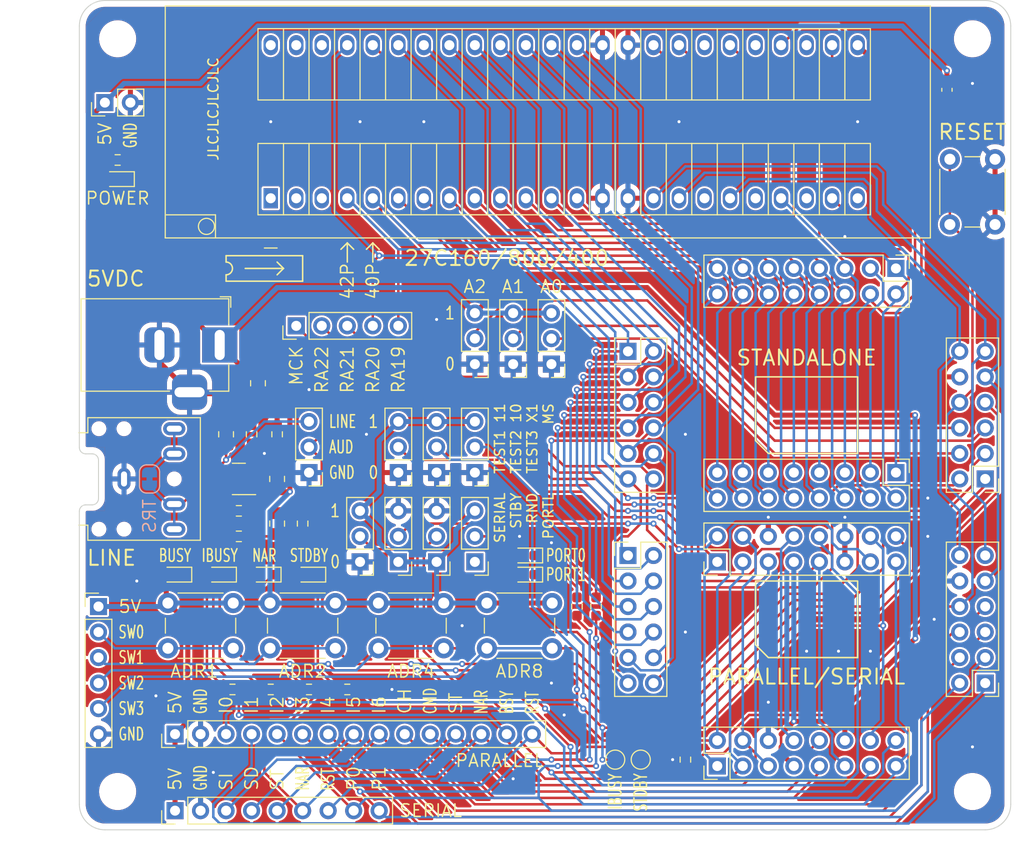
<source format=kicad_pcb>
(kicad_pcb (version 20221018) (generator pcbnew)
  (layers (0 "F.Cu" signal) (31 "B.Cu" signal) (34 "B.Paste" user) (35 "F.Paste" user) (36 "B.SilkS" user "B.Silkscreen") (37 "F.SilkS" user "F.Silkscreen") (38 "B.Mask" user) (39 "F.Mask" user) (44 "Edge.Cuts" user))
  (net 0 "")
  (net 1 "/5V")
  (net 2 "/GND")
  (net 3 "Net-(C3-Pad1)")
  (net 4 "Net-(Q1-B)")
  (net 5 "Net-(C4-Pad1)")
  (net 6 "Net-(J16-Pin_3)")
  (net 7 "Net-(D1-K)")
  (net 8 "Net-(D2-K)")
  (net 9 "Net-(D3-K)")
  (net 10 "Net-(D4-K)")
  (net 11 "Net-(D5-K)")
  (net 12 "Net-(D6-K)")
  (net 13 "Net-(D6-A)")
  (net 14 "Net-(D7-K)")
  (net 15 "Net-(JP11-B)")
  (net 17 "/RA22")
  (net 18 "/TEST2")
  (net 19 "/BUSY")
  (net 20 "/NAR")
  (net 21 "/AOUT")
  (net 22 "/MCK")
  (net 23 "/CMD")
  (net 24 "/ST")
  (net 25 "/TEST1")
  (net 26 "/SERIAL")
  (net 27 "/IBUSY")
  (net 28 "/STANDBY")
  (net 29 "/I0")
  (net 30 "/I1")
  (net 31 "/I4")
  (net 32 "/CH")
  (net 33 "/RESET")
  (net 34 "/CE")
  (net 35 "/D0")
  (net 36 "/D1")
  (net 37 "/D2")
  (net 38 "/D3")
  (net 39 "/D4")
  (net 40 "/D5")
  (net 41 "/D6")
  (net 42 "/D7")
  (net 43 "/RA0")
  (net 44 "/RA1")
  (net 45 "/RA2")
  (net 46 "/RA3")
  (net 47 "/RA4")
  (net 48 "/RA5")
  (net 49 "/RA6")
  (net 50 "/RA7")
  (net 51 "/RA8")
  (net 52 "/RA9")
  (net 53 "/RA10")
  (net 54 "/RA11")
  (net 55 "/RA12")
  (net 56 "/RA13")
  (net 57 "/RA14")
  (net 58 "/RA15")
  (net 59 "/RA16")
  (net 60 "/RA17")
  (net 61 "/RA18")
  (net 62 "/RA19")
  (net 63 "/RA20")
  (net 64 "/RA21")
  (net 65 "/STBY")
  (net 66 "/RND")
  (net 67 "/SW0")
  (net 68 "/SW1")
  (net 69 "/SW2")
  (net 70 "/SW3")
  (net 71 "/A0")
  (net 72 "/A1")
  (net 73 "/A2")
  (net 74 "/TEST3")
  (net 75 "/RESETR")
  (net 76 "Net-(Q1-E)")
  (net 90 "/I2P0")
  (net 91 "/I3P1")
  (net 92 "/I5SI")
  (net 93 "/I6SD")
  (footprint "Connector_PinHeader_2.54mm:PinHeader_1x03_P2.54mm_Vertical" (layer "F.Cu") (at 55.245 69.215 180)
    (fp_text reference "JP9" hide)
    (fp_text value "PORTL")
  )
  (footprint "Capacitor_SMD:C_0603_1608Metric_Pad1.08x0.95mm_HandSolder" (layer "F.Cu") (at 102.235 22.225 -90)
    (fp_text reference "C2" hide)
    (fp_text value "100n")
  )
  (footprint "Connector_PinHeader_2.54mm:PinHeader_1x03_P2.54mm_Vertical" (layer "F.Cu") (at 47.625 60.325 180)
    (fp_text reference "JP1" hide)
    (fp_text value "TEST1")
  )
  (footprint "Resistor_SMD:R_0603_1608Metric_Pad0.98x0.95mm_HandSolder" (layer "F.Cu") (at 19.685 29.21 180)
    (fp_text reference "R5" hide)
    (fp_text value "10K")
  )
  (footprint "LED_SMD:LED_0603_1608Metric_Pad1.05x0.95mm_HandSolder" (layer "F.Cu") (at 34.29 70.485 180)
    (fp_text reference "D3" hide)
    (fp_text value "NAR")
  )
  (footprint "LED_SMD:LED_0603_1608Metric_Pad1.05x0.95mm_HandSolder" (layer "F.Cu") (at 29.845 70.485 180)
    (fp_text reference "D2" hide)
    (fp_text value "IBUSY")
  )
  (footprint "Connector_PinHeader_2.54mm:PinHeader_1x03_P2.54mm_Vertical" (layer "F.Cu") (at 38.735 60.325 180)
    (fp_text reference "J16" hide)
    (fp_text value "AUD")
  )
  (footprint "Connector_PinHeader_2.54mm:PinHeader_1x03_P2.54mm_Vertical" (layer "F.Cu") (at 55.245 49.53 180)
    (fp_text reference "JP6" hide)
    (fp_text value "A2")
  )
  (footprint "Connector_PinHeader_2.54mm:PinHeader_1x09_P2.54mm_Vertical" (layer "F.Cu") (at 25.4 93.98 90)
    (fp_text reference "J11" hide)
    (fp_text value "Serial")
  )
  (footprint "Connector_PinHeader_2.54mm:PinHeader_1x03_P2.54mm_Vertical" (layer "F.Cu") (at 51.435 69.215 180)
    (fp_text reference "JP7" hide)
    (fp_text value "RND")
  )
  (footprint "Connector_PinHeader_2.54mm:PinHeader_1x03_P2.54mm_Vertical" (layer "F.Cu") (at 62.865 49.53 180)
    (fp_text reference "JP4" hide)
    (fp_text value "A0")
  )
  (footprint "Connector_PinHeader_2.54mm:PinHeader_1x02_P2.54mm_Vertical" (layer "F.Cu") (at 18.415 23.495 90)
    (fp_text reference "J13" hide)
    (fp_text value "5V")
  )
  (footprint "Resistor_SMD:R_0603_1608Metric_Pad0.98x0.95mm_HandSolder" (layer "F.Cu") (at 35.56 56.515 90)
    (fp_text reference "R11" hide)
    (fp_text value "1K")
  )
  (footprint "LED_SMD:LED_0603_1608Metric_Pad1.05x0.95mm_HandSolder" (layer "F.Cu") (at 19.685 31.115 180)
    (fp_text reference "D5" hide)
    (fp_text value "POWER")
  )
  (footprint "Connector_PinHeader_2.54mm:PinHeader_1x03_P2.54mm_Vertical" (layer "F.Cu") (at 55.245 60.325 180)
    (fp_text reference "JP3" hide)
    (fp_text value "TEST3")
  )
  (footprint "Capacitor_SMD:C_0805_2012Metric_Pad1.18x1.45mm_HandSolder" (layer "F.Cu") (at 35.56 60.96 90)
    (fp_text reference "C5" hide)
    (fp_text value "10u")
  )
  (footprint "M6650_parts:ZIF-Socket-48P" (layer "F.Cu") (at 34.925 33.02 90)
    (fp_text reference "U1" hide)
    (fp_text value "27C160")
  )
  (footprint "Resistor_SMD:R_0603_1608Metric_Pad0.98x0.95mm_HandSolder" (layer "F.Cu") (at 31.75 66.675 180)
    (fp_text reference "R10" hide)
    (fp_text value "1K")
  )
  (footprint "Button_Switch_THT:SW_PUSH_6mm_H5mm" (layer "F.Cu") (at 56.44 73.315)
    (fp_text reference "SW4" hide)
    (fp_text value "P08")
  )
  (footprint "Button_Switch_THT:SW_PUSH_6mm_H5mm" (layer "F.Cu") (at 34.85 73.315)
    (fp_text reference "SW2" hide)
    (fp_text value "P02")
  )
  (footprint "Capacitor_SMD:C_0805_2012Metric_Pad1.18x1.45mm_HandSolder" (layer "F.Cu") (at 30.48 56.515 -90)
    (fp_text reference "C4" hide)
    (fp_text value "10u")
  )
  (footprint "Connector_PinHeader_2.54mm:PinHeader_2x08_P2.54mm_Vertical" (layer "F.Cu") (at 97.155 60.325 -90)
    (fp_text reference "J3" hide)
    (fp_text value "MT")
  )
  (footprint "Button_Switch_THT:SW_PUSH_6mm_H5mm" (layer "F.Cu") (at 107.025 29.135 -90)
    (fp_text reference "SW5" hide)
    (fp_text value "RESET")
  )
  (footprint "Capacitor_SMD:C_0805_2012Metric_Pad1.18x1.45mm_HandSolder" (layer "F.Cu") (at 35.56 65.405 -90)
    (fp_text reference "C3" hide)
    (fp_text value "10u")
  )
  (footprint "Connector_PinHeader_2.54mm:PinHeader_1x03_P2.54mm_Vertical" (layer "F.Cu") (at 51.435 60.325 180)
    (fp_text reference "JP2" hide)
    (fp_text value "TEST2")
  )
  (footprint "MountingHole:MountingHole_3.2mm_M3" (layer "F.Cu") (at 19.685 92.075)
    (fp_text reference "H3" hide)
    (fp_text value "MountingHole")
  )
  (footprint "Connector_PinHeader_2.54mm:PinHeader_1x06_P2.54mm_Vertical" (layer "F.Cu") (at 17.78 73.66)
    (fp_text reference "J9" hide)
    (fp_text value "Buttons")
  )
  (footprint "Resistor_SMD:R_0603_1608Metric_Pad0.98x0.95mm_HandSolder" (layer "F.Cu") (at 76.2 88.9 90)
    (fp_text reference "R13" hide)
    (fp_text value "100R")
  )
  (footprint "M6650_parts:Jack_3.5mm_PJ307_Horizontal" (layer "F.Cu") (at 20.32 60.96 -90)
    (fp_text reference "J15" hide)
    (fp_text value "Line Out")
  )
  (footprint "Resistor_SMD:R_0603_1608Metric_Pad0.98x0.95mm_HandSolder" (layer "F.Cu") (at 31.75 64.135)
    (fp_text reference "R9" hide)
    (fp_text value "1K")
  )
  (footprint "Connector_PinHeader_2.54mm:PinHeader_2x06_P2.54mm_Vertical" (layer "F.Cu") (at 106.045 60.96 180)
    (fp_text reference "J6" hide)
    (fp_text value "SR")
  )
  (footprint "Resistor_SMD:R_0603_1608Metric_Pad0.98x0.95mm_HandSolder" (layer "F.Cu") (at 42.545 81.915)
    (fp_text reference "R4" hide)
    (fp_text value "10K")
  )
  (footprint "Connector_PinHeader_2.54mm:PinHeader_2x06_P2.54mm_Vertical" (layer "F.Cu") (at 70.485 48.26)
    (fp_text reference "J8" hide)
    (fp_text value "SL")
  )
  (footprint "Capacitor_SMD:C_0805_2012Metric_Pad1.18x1.45mm_HandSolder" (layer "F.Cu") (at 33.655 51.435 -90)
    (fp_text reference "C1" hide)
    (fp_text value "10u")
  )
  (footprint "Connector_PinHeader_2.54mm:PinHeader_1x15_P2.54mm_Vertical" (layer "F.Cu") (at 25.4 86.36 90)
    (fp_text reference "J10" hide)
    (fp_text value "Parallel")
  )
  (footprint "LED_SMD:LED_0603_1608Metric_Pad1.05x0.95mm_HandSolder" (layer "F.Cu") (at 25.4 70.485 180)
    (fp_text reference "D1" hide)
    (fp_text value "BUSY")
  )
  (footprint "TestPoint:TestPoint_Pad_D1.5mm" (layer "F.Cu") (at 71.755 88.9)
    (fp_text reference "TP2" hide)
    (fp_text value "STANDBY")
  )
  (footprint "Button_Switch_THT:SW_PUSH_6mm_H5mm" (layer "F.Cu") (at 24.69 73.315)
    (fp_text reference "SW1" hide)
    (fp_text value "P01")
  )
  (footprint "Connector_BarrelJack:BarrelJack_Horizontal" (layer "F.Cu") (at 29.845 47.625)
    (fp_text reference "J12" hide)
    (fp_text value "5V")
  )
  (footprint "TestPoint:TestPoint_Pad_D1.5mm" (layer "F.Cu") (at 69.215 88.9)
    (fp_text reference "TP1" hide)
    (fp_text value "IBUSY")
  )
  (footprint "LED_SMD:LED_0603_1608Metric_Pad1.05x0.95mm_HandSolder" (layer "F.Cu") (at 60.325 68.58 180)
    (fp_text reference "D6" hide)
    (fp_text value "PORT0")
  )
  (footprint "Button_Switch_THT:SW_PUSH_6mm_H5mm" (layer "F.Cu") (at 45.645 73.315)
    (fp_text reference "SW3" hide)
    (fp_text value "P04")
  )
  (footprint "MountingHole:MountingHole_3.2mm_M3" (layer "F.Cu") (at 19.685 17.145)
    (fp_text reference "H1" hide)
    (fp_text value "MountingHole")
  )
  (footprint "Resistor_SMD:R_0603_1608Metric_Pad0.98x0.95mm_HandSolder" (layer "F.Cu") (at 38.735 81.915)
    (fp_text reference "R3" hide)
    (fp_text value "10K")
  )
  (footprint "Resistor_SMD:R_0603_1608Metric_Pad0.98x0.95mm_HandSolder" (layer "F.Cu") (at 65.405 73.66 90)
    (fp_text reference "R7" hide)
    (fp_text value "10K")
  )
  (footprint "Connector_PinHeader_2.54mm:PinHeader_2x08_P2.54mm_Vertical" (layer "F.Cu") (at 79.375 89.535 90)
    (fp_text reference "J1" hide)
    (fp_text value "MB")
  )
  (footprint "Connector_PinHeader_2.54mm:PinHeader_2x06_P2.54mm_Vertical" (layer "F.Cu") (at 70.485 68.58)
    (fp_text reference "J4" hide)
    (fp_text value "ML")
  )
  (footprint "Resistor_SMD:R_0603_1608Metric_Pad0.98x0.95mm_HandSolder" (layer "F.Cu") (at 34.925 81.915)
    (fp_text reference "R2" hide)
    (fp_text value "10K")
  )
  (footprint "LED_SMD:LED_0603_1608Metric_Pad1.05x0.95mm_HandSolder" (layer "F.Cu") (at 60.325 70.485 180)
    (fp_text reference "D7" hide)
    (fp_text value "PORT1")
  )
  (footprint "Connector_PinHeader_2.54mm:PinHeader_1x03_P2.54mm_Vertical" (layer "F.Cu") (at 59.055 49.53 180)
    (fp_text reference "JP5" hide)
    (fp_text value "A1")
  )
  (footprint "MountingHole:MountingHole_3.2mm_M3" (layer "F.Cu") (at 104.775 17.145)
    (fp_text reference "H2" hide)
    (fp_text value "MountingHole")
  )
  (footprint "MountingHole:MountingHole_3.2mm_M3" (layer "F.Cu") (at 104.775 92.075)
    (fp_text reference "H4" hide)
    (fp_text value "MountingHole")
  )
  (footprint "Resistor_SMD:R_0603_1608Metric_Pad0.98x0.95mm_HandSolder" (layer "F.Cu") (at 33.02 56.515 90)
    (fp_text reference "R12" hide)
    (fp_text value "100R")
  )
  (footprint "Package_TO_SOT_SMD:SOT-23" (layer "F.Cu") (at 31.75 60.96 180)
    (fp_text reference "Q1" hide)
    (fp_text value "MMBT3904")
  )
  (footprint "Resistor_SMD:R_0603_1608Metric_Pad0.98x0.95mm_HandSolder" (layer "F.Cu") (at 67.31 73.66 90)
    (fp_text reference "R6" hide)
    (fp_text value "10K")
  )
  (footprint "Connector_PinHeader_2.54mm:PinHeader_2x06_P2.54mm_Vertical" (layer "F.Cu") (at 106.045 81.28 180)
    (fp_text reference "J2" hide)
    (fp_text value "MR")
  )
  (footprint "Connector_PinHeader_2.54mm:PinHeader_1x03_P2.54mm_Vertical" (layer "F.Cu") (at 47.625 69.215 180)
    (fp_text reference "JP10" hide)
    (fp_text value "STBY")
  )
  (footprint "Resistor_SMD:R_0603_1608Metric_Pad0.98x0.95mm_HandSolder" (layer "F.Cu") (at 31.115 81.915)
    (fp_text reference "R1" hide)
    (fp_text value "10K")
  )
  (footprint "Resistor_SMD:R_0603_1608Metric_Pad0.98x0.95mm_HandSolder" (layer "F.Cu") (at 38.1 65.405 -90)
    (fp_text reference "R8" hide)
    (fp_text value "2K2")
  )
  (footprint "LED_SMD:LED_0603_1608Metric_Pad1.05x0.95mm_HandSolder" (layer "F.Cu") (at 38.735 70.485 180)
    (fp_text reference "D4" hide)
    (fp_text value "STANDBY")
  )
  (footprint "Connector_PinHeader_2.54mm:PinHeader_1x03_P2.54mm_Vertical" (layer "F.Cu") (at 43.815 69.215 180)
    (fp_text reference "JP8" hide)
    (fp_text value "SERIAL")
  )
  (footprint "Connector_PinHeader_2.54mm:PinHeader_2x08_P2.54mm_Vertical" (layer "F.Cu") (at 79.375 69.215 90)
    (fp_text reference "J5" hide)
    (fp_text value "SB")
  )
  (footprint "Connector_PinHeader_2.54mm:PinHeader_1x05_P2.54mm_Vertical" (layer "F.Cu") (at 37.465 45.72 90)
    (fp_text reference "J14" hide)
    (fp_text value "Misc")
  )
  (footprint "Connector_PinHeader_2.54mm:PinHeader_2x08_P2.54mm_Vertical" (layer "F.Cu") (at 97.155 40.005 -90)
    (fp_text reference "J7" hide)
    (fp_text value "ST")
  )
  (footprint "Jumper:SolderJumper-2_P1.3mm_Bridged_RoundedPad1.0x1.5mm" (layer "B.Cu") (at 22.86 60.96 90)
    (fp_text reference "JP11" hide)
    (fp_text value "TRS")
  )
  (gr_line (start 30.48 41.275) (end 30.48 40.64) (stroke (width 0.15)) (layer "F.SilkS"))
  (gr_line (start 32.385 40.005) (end 36.195 40.005) (stroke (width 0.15)) (layer "F.SilkS"))
  (gr_line (start 30.48 41.275) (end 38.1 41.275) (stroke (width 0.15)) (layer "F.SilkS"))
  (gr_line (start 30.48 38.735) (end 30.48 39.37) (stroke (width 0.15)) (layer "F.SilkS"))
  (gr_line (start 36.195 40.005) (end 35.56 40.64) (stroke (width 0.15)) (layer "F.SilkS"))
  (gr_line (start 35.56 39.37) (end 36.195 40.005) (stroke (width 0.15)) (layer "F.SilkS"))
  (gr_line (start 42.545 37.465) (end 42.545 39.37) (stroke (width 0.15)) (layer "F.SilkS"))
  (gr_line (start 41.91 38.1) (end 42.545 37.465) (stroke (width 0.15)) (layer "F.SilkS"))
  (gr_line (start 44.45 38.1) (end 45.085 37.465) (stroke (width 0.15)) (layer "F.SilkS"))
  (gr_line (start 38.1 41.275) (end 38.1 38.735) (stroke (width 0.15)) (layer "F.SilkS"))
  (gr_poly (pts (xy 83.185 71.12) (xy 93.345 71.12) (xy 93.345 78.74) (xy 84.455 78.74) (xy 83.185 77.47)) (stroke (width 0.15)) (fill none) (layer "F.SilkS"))
  (gr_line (start 42.545 37.465) (end 43.18 38.1) (stroke (width 0.15)) (layer "F.SilkS"))
  (gr_poly (pts (xy 83.185 50.8) (xy 93.345 50.8) (xy 93.345 58.42) (xy 84.455 58.42) (xy 83.185 57.15)) (stroke (width 0.15)) (fill none) (layer "F.SilkS"))
  (gr_line (start 38.1 38.735) (end 30.48 38.735) (stroke (width 0.15)) (layer "F.SilkS"))
  (gr_arc (start 30.48 39.37) (mid 31.115001 40.005) (end 30.48 40.64) (stroke (width 0.15)) (layer "F.SilkS"))
  (gr_line (start 45.085 37.465) (end 45.72 38.1) (stroke (width 0.15)) (layer "F.SilkS"))
  (gr_line (start 45.085 37.465) (end 45.085 39.37) (stroke (width 0.15)) (layer "F.SilkS"))
  (gr_arc (start 18.415004 95.885) (mid 16.618951 95.141052) (end 15.875 93.345) (stroke (width 0.1)) (layer "Edge.Cuts"))
  (gr_line (start 106.044996 95.885) (end 18.415004 95.885) (stroke (width 0.1)) (layer "Edge.Cuts"))
  (gr_line (start 15.875 93.345) (end 15.875001 64.175001) (stroke (width 0.1)) (layer "Edge.Cuts"))
  (gr_arc (start 17.78 62.905) (mid 17.594013 63.354012) (end 17.145 63.54) (stroke (width 0.1)) (layer "Edge.Cuts"))
  (gr_line (start 18.415001 13.335) (end 106.044999 13.335) (stroke (width 0.1)) (layer "Edge.Cuts"))
  (gr_arc (start 17.145 58.46) (mid 17.594013 58.645987) (end 17.78 59.095) (stroke (width 0.1)) (layer "Edge.Cuts"))
  (gr_line (start 15.875 15.875) (end 15.875001 57.824999) (stroke (width 0.1)) (layer "Edge.Cuts"))
  (gr_arc (start 16.510001 58.459999) (mid 16.060989 58.274012) (end 15.875001 57.824999) (stroke (width 0.1)) (layer "Edge.Cuts"))
  (gr_line (start 17.78 59.095) (end 17.78 62.905) (stroke (width 0.1)) (layer "Edge.Cuts"))
  (gr_arc (start 15.875 15.875004) (mid 16.618948 14.078949) (end 18.415001 13.335) (stroke (width 0.1)) (layer "Edge.Cuts"))
  (gr_line (start 16.51 58.46) (end 17.145 58.46) (stroke (width 0.1)) (layer "Edge.Cuts"))
  (gr_arc (start 106.044999 13.335) (mid 107.841053 14.078949) (end 108.585 15.875004) (stroke (width 0.1)) (layer "Edge.Cuts"))
  (gr_arc (start 108.585 93.345) (mid 107.84105 95.141052) (end 106.044996 95.885) (stroke (width 0.1)) (layer "Edge.Cuts"))
  (gr_line (start 108.585 15.875004) (end 108.585 93.345) (stroke (width 0.1)) (layer "Edge.Cuts"))
  (gr_arc (start 15.875001 64.175001) (mid 16.060988 63.725988) (end 16.510001 63.540001) (stroke (width 0.1)) (layer "Edge.Cuts"))
  (gr_line (start 17.145 63.54) (end 16.51 63.54) (stroke (width 0.1)) (layer "Edge.Cuts"))
  (gr_text "TRS" (at 22.86 62.865 90) (layer "B.SilkS") (effects (font (size 1.25 1.25)) (justify left mirror)))
  (gr_text "0" (at 53.34 49.53) (layer "F.SilkS") (effects (font (size 1.25 1)) (justify right)))
  (gr_text "RA19" (at 47.625 47.625 90) (layer "F.SilkS") (effects (font (size 1.25 1.25)) (justify right)))
  (gr_text "1" (at 53.34 44.45) (layer "F.SilkS") (effects (font (size 1.25 1)) (justify right)))
  (gr_text "SD" (at 33.02 92.075 90) (layer "F.SilkS") (effects (font (size 1.25 1.25)) (justify left)))
  (gr_text "BUSY" (at 25.4 68.58) (layer "F.SilkS") (effects (font (size 1.25 0.83))))
  (gr_text "SW0" (at 19.685 76.2) (layer "F.SilkS") (effects (font (size 1.25 0.83)) (justify left)))
  (gr_text "0" (at 45.72 60.325) (layer "F.SilkS") (effects (font (size 1.25 1)) (justify right)))
  (gr_text "ADR1" (at 27.305 79.375) (layer "F.SilkS") (effects (font (size 1.25 1.25)) (justify top)))
  (gr_text "BSY" (at 58.42 84.455 90) (layer "F.SilkS") (effects (font (size 1.25 0.83)) (justify left)))
  (gr_text "SERIAL" (at 47.625 93.98) (layer "F.SilkS") (effects (font (size 1.25 1.25)) (justify left)))
  (gr_text "5VDC" (at 16.51 41.91) (layer "F.SilkS") (effects (font (size 1.5 1.5) (thickness 0.2)) (justify left bottom)))
  (gr_text "STDBY" (at 38.735 68.58) (layer "F.SilkS") (effects (font (size 1.25 0.83))))
  (gr_text "GND" (at 20.955 25.4 90) (layer "F.SilkS") (effects (font (size 1.25 0.83)) (justify right)))
  (gr_text "RST" (at 40.64 92.075 90) (layer "F.SilkS") (effects (font (size 1.25 0.83)) (justify left)))
  (gr_text "GND" (at 19.685 86.36) (layer "F.SilkS") (effects (font (size 1.25 0.83)) (justify left)))
  (gr_text "SW1" (at 19.685 78.74) (layer "F.SilkS") (effects (font (size 1.25 0.83)) (justify left)))
  (gr_text "AUD" (at 40.64 57.785) (layer "F.SilkS") (effects (font (size 1.25 0.83)) (justify left)))
  (gr_text "5V" (at 25.4 84.455 90) (layer "F.SilkS") (effects (font (size 1.25 1.25)) (justify left)))
  (gr_text "5V" (at 18.415 25.4 90) (layer "F.SilkS") (effects (font (size 1.25 1.25)) (justify right)))
  (gr_text "GND" (at 40.64 60.325) (layer "F.SilkS") (effects (font (size 1.25 0.83)) (justify left)))
  (gr_text "5V" (at 25.4 92.075 90) (layer "F.SilkS") (effects (font (size 1.25 1.25)) (justify left)))
  (gr_text "LINE" (at 16.51 67.945) (layer "F.SilkS") (effects (font (size 1.5 1.5) (thickness 0.2)) (justify left top)))
  (gr_text "ST" (at 53.34 84.455 90) (layer "F.SilkS") (effects (font (size 1.25 1.25)) (justify left)))
  (gr_text "PORT1" (at 62.23 70.485) (layer "F.SilkS") (effects (font (size 1.25 0.83)) (justify left)))
  (gr_text "P1" (at 45.72 92.075 90) (layer "F.SilkS") (effects (font (size 1.25 1.25)) (justify left)))
  (gr_text "PARALLEL/SERIAL" (at 88.265 80.645) (layer "F.SilkS") (effects (font (size 1.5 1.5) (thickness 0.2))))
  (gr_text "IBUSY" (at 29.845 68.58) (layer "F.SilkS") (effects (font (size 1.25 0.83))))
  (gr_text "IBUSY" (at 69.215 90.17 90) (layer "F.SilkS") (effects (font (size 1.25 0.83)) (justify right)))
  (gr_text "NAR" (at 38.1 92.075 90) (layer "F.SilkS") (effects (font (size 1.25 0.83)) (justify left)))
  (gr_text "A0" (at 62.865 42.545) (layer "F.SilkS") (effects (font (size 1.25 1.25)) (justify bottom)))
  (gr_text "STDBY" (at 71.755 90.17 90) (layer "F.SilkS") (effects (font (size 1.25 0.83)) (justify right)))
  (gr_text "I6" (at 45.72 84.455 90) (layer "F.SilkS") (effects (font (size 1.25 1.25)) (justify left)))
  (gr_text "ADR2" (at 38.1 79.375) (layer "F.SilkS") (effects (font (size 1.25 1.25)) (justify top)))
  (gr_text "1" (at 41.91 64.135) (layer "F.SilkS") (effects (font (size 1.25 1)) (justify right)))
  (gr_text "RST" (at 60.96 84.455 90) (layer "F.SilkS") (effects (font (size 1.25 0.83)) (justify left)))
  (gr_text "42P" (at 42.545 39.37 90) (layer "F.SilkS") (effects (font (size 1.25 1.25)) (justify right)))
  (gr_text "P0" (at 43.18 92.075 90) (layer "F.SilkS") (effects (font (size 1.25 1.25)) (justify left)))
  (gr_text "I4" (at 40.64 84.455 90) (layer "F.SilkS") (effects (font (size 1.25 1.25)) (justify left)))
  (gr_text "I5" (at 43.18 84.455 90) (layer "F.SilkS") (effects (font (size 1.25 1.25)) (justify left)))
  (gr_text "ST" (at 35.56 92.075 90) (layer "F.SilkS") (effects (font (size 1.25 1.25)) (justify left)))
  (gr_text "SW2" (at 19.685 81.28) (layer "F.SilkS") (effects (font (size 1.25 0.83)) (justify left)))
  (gr_text "PARALLEL" (at 62.23 88.265) (layer "F.SilkS") (effects (font (size 1.25 1.25)) (justify right top)))
  (gr_text "GND" (at 27.94 92.075 90) (layer "F.SilkS") (effects (font (size 1.25 0.83)) (justify left)))
  (gr_text "5V" (at 19.685 73.66) (layer "F.SilkS") (effects (font (size 1.25 1.25)) (justify left)))
  (gr_text "I3" (at 38.1 84.455 90) (layer "F.SilkS") (effects (font (size 1.25 1.25)) (justify left)))
  (gr_text "PORT0" (at 62.23 68.58) (layer "F.SilkS") (effects (font (size 1.25 0.83)) (justify left)))
  (gr_text "SI" (at 30.48 92.075 90) (layer "F.SilkS") (effects (font (size 1.25 1.25)) (justify left)))
  (gr_text "27C160/800/400" (at 58.42 38.1) (layer "F.SilkS") (effects (font (size 1.5 1.5) (thickness 0.2)) (justify top)))
  (gr_text "I0" (at 30.48 84.455 90) (layer "F.SilkS") (effects (font (size 1.25 1.25)) (justify left)))
  (gr_text "STANDALONE" (at 88.265 48.895) (layer "F.SilkS") (effects (font (size 1.5 1.5) (thickness 0.2))))
  (gr_text "RA22" (at 40.005 47.625 90) (layer "F.SilkS") (effects (font (size 1.25 1.25)) (justify right)))
  (gr_text "GND" (at 27.94 84.455 90) (layer "F.SilkS") (effects (font (size 1.25 0.83)) (justify left)))
  (gr_text "NAR" (at 34.29 68.58) (layer "F.SilkS") (effects (font (size 1.25 0.83))))
  (gr_text "LINE" (at 40.64 55.245) (layer "F.SilkS") (effects (font (size 1.25 0.83)) (justify left)))
  (gr_text "A1" (at 59.055 42.545) (layer "F.SilkS") (effects (font (size 1.25 1.25)) (justify bottom)))
  (gr_text "ADR4" (at 48.895 79.375) (layer "F.SilkS") (effects (font (size 1.25 1.25)) (justify top)))
  (gr_text "JLCJLCJLCJLC" (at 29.210001 24.13 90) (layer "F.SilkS") (effects (font (size 1 1))))
  (gr_text "I1" (at 33.02 84.455 90) (layer "F.SilkS") (effects (font (size 1.25 1.25)) (justify left)))
  (gr_text "SW3" (at 19.685 83.82) (layer "F.SilkS") (effects (font (size 1.25 0.83)) (justify left)))
  (gr_text "I2" (at 35.56 84.455 90) (layer "F.SilkS") (effects (font (size 1.25 1.25)) (justify left)))
  (gr_text "RESET" (at 104.775 27.305) (layer "F.SilkS") (effects (font (size 1.5 1.5) (thickness 0.2)) (justify bottom)))
  (gr_text "40P" (at 45.085 39.37 90) (layer "F.SilkS") (effects (font (size 1.25 1.25)) (justify right)))
  (gr_text "A2" (at 55.245 42.545) (layer "F.SilkS") (effects (font (size 1.25 1.25)) (justify bottom)))
  (gr_text "MCK" (at 37.465 47.625 90) (layer "F.SilkS") (effects (font (size 1.25 1.25)) (justify right)))
  (gr_text "RA21" (at 42.545 47.625 90) (layer "F.SilkS") (effects (font (size 1.25 1.25)) (justify right)))
  (gr_text "ADR8" (at 59.69 79.375) (layer "F.SilkS") (effects (font (size 1.25 1.25)) (justify top)))
  (gr_text "1" (at 45.72 55.245) (layer "F.SilkS") (effects (font (size 1.25 1)) (justify right)))
  (gr_text "CMD" (at 50.8 84.455 90) (layer "F.SilkS") (effects (font (size 1.25 0.83)) (justify left)))
  (gr_text "RA20" (at 45.085 47.625 90) (layer "F.SilkS") (effects (font (size 1.25 1.25)) (justify right)))
  (gr_text "NAR" (at 55.88 84.455 90) (layer "F.SilkS") (effects (font (size 1.25 0.83)) (justify left)))
  (gr_text "SERIAL\nSTBY\nRND\nPORTL" (at 57.15 62.23 90) (layer "F.SilkS") (effects (font (size 1 1)) (justify right top)))
  (gr_text "POWER" (at 19.685 33.02) (layer "F.SilkS") (effects (font (size 1.25 1.25))))
  (gr_text "TEST1 11\nTEST2 10\nTEST3 X1\nMS" (at 57.15 53.34 90) (layer "F.SilkS") (effects (font (size 1 1)) (justify right top)))
  (gr_text "CH" (at 48.26 84.455 90) (layer "F.SilkS") (effects (font (size 1.25 1.25)) (justify left)))
  (gr_text "0" (at 41.91 69.215) (layer "F.SilkS") (effects (font (size 1.25 1)) (justify right)))
  (segment (start 25.4 93.98) (end 25.4 86.36) (width 0.5) (layer "F.Cu") (net 1))
  (segment (start 36.83 69.215) (end 37.86 70.245) (width 0.5) (layer "F.Cu") (net 1))
  (segment (start 86.995 85.09) (end 85.725 86.36) (width 0.5) (layer "F.Cu") (net 1))
  (segment (start 18.81 31.115) (end 17.145 31.115) (width 0.5) (layer "F.Cu") (net 1))
  (segment (start 33.655 50.3975) (end 32.6175 50.3975) (width 0.5) (layer "F.Cu") (net 1))
  (segment (start 35.3275 61.9975) (end 34.29 60.96) (width 0.5) (layer "F.Cu") (net 1))
  (segment (start 99.0854 76.835) (end 92.075 83.82) (width 0.5) (layer "F.Cu") (net 1))
  (segment (start 36.83 62.23) (end 35.7925 62.23) (width 0.5) (layer "F.Cu") (net 1))
  (segment (start 35.56 61.9975) (end 35.3275 61.9975) (width 0.5) (layer "F.Cu") (net 1))
  (segment (start 24.525 73.15) (end 24.69 73.315) (width 0.5) (layer "F.Cu") (net 1))
  (segment (start 85.725 88.265) (end 85.725 87.63) (width 0.5) (layer "F.Cu") (net 1))
  (segment (start 35.8325 61.9975) (end 35.56 61.9975) (width 0.5) (layer "F.Cu") (net 1))
  (segment (start 86.995 85.09) (end 92.075 85.09) (width 0.5) (layer "F.Cu") (net 1))
  (segment (start 93.345 17.78) (end 97.155 21.59) (width 0.5) (layer "F.Cu") (net 1))
  (segment (start 102.235 20.32) (end 102.235 21.3625) (width 0.5) (layer "F.Cu") (net 1))
  (segment (start 17.145 24.765) (end 17.145 31.115) (width 0.5) (layer "F.Cu") (net 1))
  (segment (start 33.655 50.3975) (end 36.83 53.5725) (width 0.5) (layer "F.Cu") (net 1))
  (segment (start 92.075 85.09) (end 92.075 86.995) (width 0.5) (layer "F.Cu") (net 1))
  (segment (start 24.525 70.485) (end 24.525 70.09) (width 0.5) (layer "F.Cu") (net 1))
  (segment (start 72.39 41.91) (end 57.785 41.91) (width 0.5) (layer "F.Cu") (net 1))
  (segment (start 86.995 89.535) (end 85.725 88.265) (width 0.5) (layer "F.Cu") (net 1))
  (segment (start 85.09 54.61) (end 72.39 41.91) (width 0.5) (layer "F.Cu") (net 1))
  (segment (start 29.21 69.215) (end 29.21 70.245) (width 0.5) (layer "F.Cu") (net 1))
  (segment (start 37.86 70.245) (end 37.86 70.485) (width 0.5) (layer "F.Cu") (net 1))
  (segment (start 24.525 70.485) (end 24.525 73.15) (width 0.5) (layer "F.Cu") (net 1))
  (segment (start 35.7925 62.23) (end 35.56 61.9975) (width 0.5) (layer "F.Cu") (net 1))
  (segment (start 33.655 69.215) (end 33.655 70.245) (width 0.5) (layer "F.Cu") (net 1))
  (segment (start 26.67 75.295) (end 26.67 85.09) (width 0.5) (layer "F.Cu") (net 1))
  (segment (start 17.145 34.925) (end 29.845 47.625) (width 0.5) (layer "F.Cu") (net 1))
  (segment (start 29.21 70.245) (end 28.97 70.485) (width 0.5) (layer "F.Cu") (net 1))
  (segment (start 24.525 70.09) (end 25.4 69.215) (width 0.5) (layer "F.Cu") (net 1))
  (segment (start 29.21 69.215) (end 33.655 69.215) (width 0.5) (layer "F.Cu") (net 1))
  (segment (start 17.145 31.115) (end 17.145 34.925) (width 0.5) (layer "F.Cu") (net 1))
  (segment (start 30.8375 64.135) (end 30.8375 60.985) (width 0.5) (layer "F.Cu") (net 1))
  (segment (start 97.155 21.59) (end 102.0075 21.59) (width 0.5) (layer "F.Cu") (net 1))
  (segment (start 56.44 73.315) (end 62.94 73.315) (width 0.5) (layer "F.Cu") (net 1))
  (segment (start 24.69 73.315) (end 26.67 75.295) (width 0.5) (layer "F.Cu") (net 1))
  (segment (start 17.145 24.765) (end 18.415 23.495) (width 0.5) (layer "F.Cu") (net 1))
  (segment (start 57.785 41.91) (end 55.245 44.45) (width 0.5) (layer "F.Cu") (net 1))
  (segment (start 30.8375 60.985) (end 30.8125 60.96) (width 0.5) (layer "F.Cu") (net 1))
  (segment (start 33.655 70.245) (end 33.415 70.485) (width 0.5) (layer "F.Cu") (net 1))
  (segment (start 34.29 60.96) (end 30.8125 60.96) (width 0.5) (layer "F.Cu") (net 1))
  (segment (start 99.06 54.61) (end 85.09 54.61) (width 0.5) (layer "F.Cu") (net 1))
  (segment (start 33.655 69.215) (end 36.83 69.215) (width 0.5) (layer "F.Cu") (net 1))
  (segment (start 26.67 85.09) (end 25.4 86.36) (width 0.5) (layer "F.Cu") (net 1))
  (segment (start 36.83 53.5725) (end 36.83 62.23) (width 0.5) (layer "F.Cu") (net 1))
  (segment (start 92.075 83.82) (end 92.075 85.09) (width 0.5) (layer "F.Cu") (net 1))
  (segment (start 102.0075 21.59) (end 102.235 21.3625) (width 0.5) (layer "F.Cu") (net 1))
  (segment (start 85.725 86.36) (end 85.725 87.63) (width 0.25) (layer "F.Cu") (net 1))
  (segment (start 25.4 69.215) (end 29.21 69.215) (width 0.5) (layer "F.Cu") (net 1))
  (segment (start 32.6175 50.3975) (end 29.845 47.625) (width 0.5) (layer "F.Cu") (net 1))
  (via (at 36.83 62.23) (size 0.6) (drill 0.3) (layers "F.Cu" "B.Cu") (net 1))
  (via (at 102.235 20.32) (size 0.6) (drill 0.3) (layers "F.Cu" "B.Cu") (net 1))
  (via (at 86.995 85.09) (size 0.6) (drill 0.3) (layers "F.Cu" "B.Cu") (net 1))
  (via (at 99.06 54.61) (size 0.6) (drill 0.3) (layers "F.Cu" "B.Cu") (net 1))
  (via (at 99.0854 76.835) (size 0.6) (drill 0.3) (layers "F.Cu" "B.Cu") (net 1))
  (segment (start 99.06 54.61) (end 99.0854 76.835) (width 0.5) (layer "B.Cu") (net 1))
  (segment (start 45.72 57.15) (end 47.625 55.245) (width 0.5) (layer "B.Cu") (net 1))
  (segment (start 18.415 23.495) (end 20.32 21.59) (width 0.5) (layer "B.Cu") (net 1))
  (segment (start 27.94 21.59) (end 20.32 21.59) (width 0.5) (layer "B.Cu") (net 1))
  (segment (start 45.645 73.315) (end 52.145 73.315) (width 0.5) (layer "B.Cu") (net 1))
  (segment (start 41.35 73.315) (end 45.645 73.315) (width 0.5) (layer "B.Cu") (net 1))
  (segment (start 62.865 44.45) (end 55.245 44.45) (width 0.5) (layer "B.Cu") (net 1))
  (segment (start 34.85 64.21) (end 34.85 73.315) (width 0.5) (layer "B.Cu") (net 1))
  (segment (start 51.435 69.215) (end 51.435 72.605) (width 0.5) (layer "B.Cu") (net 1))
  (segment (start 86.995 85.09) (end 86.995 83.82) (width 0.5) (layer "B.Cu") (net 1))
  (segment (start 24.345 73.66) (end 24.69 73.315) (width 0.5) (layer "B.Cu") (net 1))
  (segment (start 97.79 15.875) (end 33.655 15.875) (width 0.5) (layer "B.Cu") (net 1))
  (segment (start 45.72 66.04) (end 43.815 64.135) (width 0.5) (layer "B.Cu") (net 1))
  (segment (start 52.145 73.315) (end 56.44 73.315) (width 0.5) (layer "B.Cu") (net 1))
  (segment (start 51.435 69.215) (end 53.34 67.31) (width 0.5) (layer "B.Cu") (net 1))
  (segment (start 45.72 62.23) (end 45.72 57.15) (width 0.5) (layer "B.Cu") (net 1))
  (segment (start 53.34 67.31) (end 53.34 66.04) (width 0.5) (layer "B.Cu") (net 1))
  (segment (start 102.235 20.32) (end 97.79 15.875) (width 0.5) (layer "B.Cu") (net 1))
  (segment (start 47.625 69.215) (end 51.435 69.215) (width 0.5) (layer "B.Cu") (net 1))
  (segment (start 52.705 41.91) (end 35.56 41.91) (width 0.5) (layer "B.Cu") (net 1))
  (segment (start 47.625 55.245) (end 55.245 55.245) (width 0.5) (layer "B.Cu") (net 1))
  (segment (start 51.435 72.605) (end 52.145 73.315) (width 0.5) (layer "B.Cu") (net 1))
  (segment (start 35.56 41.91) (end 29.845 47.625) (width 0.5) (layer "B.Cu") (net 1))
  (segment (start 45.72 67.31) (end 45.72 66.04) (width 0.5) (layer "B.Cu") (net 1))
  (segment (start 36.83 62.23) (end 34.85 64.21) (width 0.5) (layer "B.Cu") (net 1))
  (segment (start 34.85 73.315) (end 41.35 73.315) (width 0.5) (layer "B.Cu") (net 1))
  (segment (start 53.34 66.04) (end 55.245 64.135) (width 0.5) (layer "B.Cu") (net 1))
  (segment (start 24.69 73.315) (end 31.19 73.315) (width 0.5) (layer "B.Cu") (net 1))
  (segment (start 55.245 44.45) (end 52.705 41.91) (width 0.5) (layer "B.Cu") (net 1))
  (segment (start 43.815 64.135) (end 45.72 62.23) (width 0.5) (layer "B.Cu") (net 1))
  (segment (start 17.78 73.66) (end 24.345 73.66) (width 0.5) (layer "B.Cu") (net 1))
  (segment (start 47.625 69.215) (end 45.72 67.31) (width 0.5) (layer "B.Cu") (net 1))
  (segment (start 31.19 73.315) (end 34.85 73.315) (width 0.5) (layer "B.Cu") (net 1))
  (segment (start 86.995 83.82) (end 86.995 69.215) (width 0.5) (layer "B.Cu") (net 1))
  (segment (start 33.655 15.875) (end 27.94 21.59) (width 0.5) (layer "B.Cu") (net 1))
  (segment (start 55.245 49.53) (end 62.865 49.53) (width 0.5) (layer "F.Cu") (net 2))
  (segment (start 23.845 47.625) (end 23.845 49.325) (width 0.5) (layer "F.Cu") (net 2))
  (segment (start 33.655 52.4725) (end 26.9925 52.4725) (width 0.5) (layer "F.Cu") (net 2))
  (segment (start 20.955 27.0275) (end 20.955 23.495) (width 0.5) (layer "F.Cu") (net 2))
  (segment (start 92.075 66.675) (end 92.075 64.77) (width 0.5) (layer "F.Cu") (net 2))
  (segment (start 23.845 49.325) (end 26.845 52.325) (width 0.5) (layer "F.Cu") (net 2))
  (segment (start 92.075 69.215) (end 92.075 66.675) (width 0.5) (layer "F.Cu") (net 2))
  (segment (start 18.7725 29.21) (end 20.955 27.0275) (width 0.5) (layer "F.Cu") (net 2))
  (segment (start 107.025 29.135) (end 107.025 35.635) (width 0.5) (layer "F.Cu") (net 2))
  (segment (start 84.455 66.675) (end 84.455 64.77) (width 0.5) (layer "F.Cu") (net 2))
  (segment (start 26.9925 52.4725) (end 26.845 52.325) (width 0.5) (layer "F.Cu") (net 2))
  (via (at 84.455 83.185) (size 0.6) (drill 0.3) (layers "F.Cu" "B.Cu") (net 2))
  (via (at 43.815 25.4) (size 0.6) (drill 0.3) (layers "F.Cu" "B.Cu") (net 2))
  (via (at 104.775 87.63) (size 0.6) (drill 0.3) (layers "F.Cu" "B.Cu") (net 2))
  (via (at 76.2 76.2) (size 0.6) (drill 0.3) (layers "F.Cu" "B.Cu") (net 2))
  (via (at 64.135 84.455) (size 0.6) (drill 0.3) (layers "F.Cu" "B.Cu") (net 2))
  (via (at 84.455 64.77) (size 0.6) (drill 0.3) (layers "F.Cu" "B.Cu") (net 2))
  (via (at 92.075 36.83) (size 0.6) (drill 0.3) (layers "F.Cu" "B.Cu") (net 2))
  (via (at 92.075 64.77) (size 0.6) (drill 0.3) (layers "F.Cu" "B.Cu") (net 2))
  (via (at 46.99 81.915) (size 0.6) (drill 0.3) (layers "F.Cu" "B.Cu") (net 2))
  (via (at 34.925 25.4) (size 0.6) (drill 0.3) (layers "F.Cu" "B.Cu") (net 2))
  (via (at 100.965 74.93) (size 0.6) (drill 0.3) (layers "F.Cu" "B.Cu") (net 2))
  (via (at 53.975 75.565) (size 0.6) (drill 0.3) (layers "F.Cu" "B.Cu") (net 2))
  (via (at 100.33 62.865) (size 0.6) (drill 0.3) (layers "F.Cu" "B.Cu") (net 2))
  (via (at 62.865 67.31) (size 0.6) (drill 0.3) (layers "F.Cu" "B.Cu") (net 2))
  (via (at 29.21 90.17) (size 0.6) (drill 0.3) (layers "F.Cu" "B.Cu") (net 2))
  (via (at 51.435 45.085) (size 0.6) (drill 0.3) (layers "F.Cu" "B.Cu") (net 2))
  (via (at 93.345 25.4) (size 0.6) (drill 0.3) (layers "F.Cu" "B.Cu") (net 2))
  (via (at 91.44 78.105) (size 0.6) (drill 0.3) (layers "F.Cu" "B.Cu") (net 2))
  (via (at 94.615 78.105) (size 0.6) (drill 0.3) (layers "F.Cu" "B.Cu") (net 2))
  (via (at 100.33 66.675) (size 0.6) (drill 0.3) (layers "F.Cu" "B.Cu") (net 2))
  (via (at 104.775 21.59) (size 0.6) (drill 0.3) (layers "F.Cu" "B.Cu") (net 2))
  (via (at 76.2 56.515) (size 0.6) (drill 0.3) (layers "F.Cu" "B.Cu") (net 2))
  (via (at 59.69 66.675) (size 0.6) (drill 0.3) (layers "F.Cu" "B.Cu") (net 2))
  (via (at 44.45 56.515) (size 0.6) (drill 0.3) (layers "F.Cu" "B.Cu") (net 2))
  (via (at 21.59 71.12) (size 0.6) (drill 0.3) (layers "F.Cu" "B.Cu") (net 2))
  (via (at 50.165 25.4) (size 0.6) (drill 0.3) (layers "F.Cu" "B.Cu") (net 2))
  (via (at 75.565 25.4) (size 0.6) (drill 0.3) (layers "F.Cu" "B.Cu") (net 2))
  (via (at 62.865 81.28) (size 0.6) (drill 0.3) (layers "F.Cu" "B.Cu") (net 2))
  (via (at 74.93 88.9) (size 0.6) (drill 0.3) (layers "F.Cu" "B.Cu") (net 2))
  (via (at 38.735 52.07) (size 0.6) (drill 0.3) (layers "F.Cu" "B.Cu") (net 2))
  (via (at 23.495 82.55) (size 0.6) (drill 0.3) (layers "F.Cu" "B.Cu") (net 2))
  (via (at 34.29 58.42) (size 0.6) (drill 0.3) (layers "F.Cu" "B.Cu") (net 2))
  (via (at 88.265 78.105) (size 0.6) (drill 0.3) (layers "F.Cu" "B.Cu") (net 2))
  (via (at 59.055 90.805) (size 0.6) (drill 0.3) (layers "F.Cu" "B.Cu") (net 2))
  (segment (start 92.075 64.77) (end 84.455 64.77) (width 0.5) (layer "B.Cu") (net 2))
  (segment (start 37.1875 65.405) (end 38.1 66.3175) (width 0.25) (layer "F.Cu") (net 3))
  (segment (start 36.5975 65.405) (end 37.1875 65.405) (width 0.25) (layer "F.Cu") (net 3))
  (segment (start 35.56 64.3675) (end 36.5975 65.405) (width 0.25) (layer "F.Cu") (net 3))
  (segment (start 32.6625 64.135) (end 32.6625 66.675) (width 0.25) (layer "F.Cu") (net 4))
  (segment (start 32.6625 64.135) (end 32.6625 61.935) (width 0.25) (layer "F.Cu") (net 4))
  (segment (start 32.6625 66.675) (end 35.3275 66.675) (width 0.25) (layer "F.Cu") (net 4))
  (segment (start 32.6625 61.935) (end 32.6875 61.91) (width 0.25) (layer "F.Cu") (net 4))
  (segment (start 35.3275 66.675) (end 35.56 66.4425) (width 0.25) (layer "F.Cu") (net 4))
  (segment (start 30.605 55.6025) (end 30.48 55.4775) (width 0.25) (layer "F.Cu") (net 5))
  (segment (start 33.02 55.6025) (end 30.605 55.6025) (width 0.25) (layer "F.Cu") (net 5))
  (segment (start 26.075 63.46) (end 25.32 63.46) (width 0.25) (layer "F.Cu") (net 6))
  (segment (start 30.48 57.5525) (end 30.48 59.055) (width 0.25) (layer "F.Cu") (net 6))
  (segment (start 30.48 59.055) (end 26.075 63.46) (width 0.25) (layer "F.Cu") (net 6))
  (via (at 30.48 59.055) (size 0.6) (drill 0.3) (layers "F.Cu" "B.Cu") (net 6))
  (segment (start 25.32 63.46) (end 25.32 65.96) (width 0.25) (layer "B.Cu") (net 6))
  (segment (start 34.29 55.245) (end 38.735 55.245) (width 0.25) (layer "B.Cu") (net 6))
  (segment (start 24.71 63.46) (end 25.32 63.46) (width 0.25) (layer "B.Cu") (net 6))
  (segment (start 22.86 61.61) (end 24.71 63.46) (width 0.25) (layer "B.Cu") (net 6))
  (segment (start 30.48 59.055) (end 34.29 55.245) (width 0.25) (layer "B.Cu") (net 6))
  (segment (start 28.575 72.39) (end 28.575 80.01) (width 0.25) (layer "F.Cu") (net 7))
  (segment (start 26.67 70.485) (end 28.575 72.39) (width 0.25) (layer "F.Cu") (net 7))
  (segment (start 26.275 70.485) (end 26.67 70.485) (width 0.25) (layer "F.Cu") (net 7))
  (segment (start 28.575 80.01) (end 30.2025 81.6375) (width 0.25) (layer "F.Cu") (net 7))
  (segment (start 30.2025 81.6375) (end 30.2025 81.915) (width 0.25) (layer "F.Cu") (net 7))
  (segment (start 29.21 71.995) (end 30.72 70.485) (width 0.25) (layer "F.Cu") (net 8))
  (segment (start 34.0125 81.915) (end 32.7425 80.645) (width 0.25) (layer "F.Cu") (net 8))
  (segment (start 30.48 80.645) (end 29.21 79.375) (width 0.25) (layer "F.Cu") (net 8))
  (segment (start 29.21 79.375) (end 29.21 71.995) (width 0.25) (layer "F.Cu") (net 8))
  (segment (start 32.7425 80.645) (end 30.48 80.645) (width 0.25) (layer "F.Cu") (net 8))
  (segment (start 36.5525 80.01) (end 31.115 80.01) (width 0.25) (layer "F.Cu") (net 9))
  (segment (start 31.115 80.01) (end 29.845 78.74) (width 0.25) (layer "F.Cu") (net 9))
  (segment (start 37.8225 81.28) (end 36.5525 80.01) (width 0.25) (layer "F.Cu") (net 9))
  (segment (start 37.8225 81.915) (end 37.8225 81.28) (width 0.25) (layer "F.Cu") (net 9))
  (segment (start 29.845 72.39) (end 30.48 71.755) (width 0.25) (layer "F.Cu") (net 9))
  (segment (start 30.48 71.755) (end 33.895 71.755) (width 0.25) (layer "F.Cu") (net 9))
  (segment (start 29.845 78.74) (end 29.845 72.39) (width 0.25) (layer "F.Cu") (net 9))
  (segment (start 33.895 71.755) (end 35.165 70.485) (width 0.25) (layer "F.Cu") (net 9))
  (segment (start 39.61 79.8925) (end 39.61 70.485) (width 0.25) (layer "F.Cu") (net 10))
  (segment (start 41.6325 81.915) (end 39.61 79.8925) (width 0.25) (layer "F.Cu") (net 10))
  (segment (start 20.5975 31.0775) (end 20.56 31.115) (width 0.25) (layer "F.Cu") (net 11))
  (segment (start 20.5975 29.21) (end 20.5975 31.0775) (width 0.25) (layer "F.Cu") (net 11))
  (segment (start 67.31 71.755) (end 67.31 72.7475) (width 0.25) (layer "F.Cu") (net 12))
  (segment (start 64.135 68.58) (end 67.31 71.755) (width 0.25) (layer "F.Cu") (net 12))
  (segment (start 61.2 68.58) (end 64.135 68.58) (width 0.25) (layer "F.Cu") (net 12))
  (segment (start 57.545 66.675) (end 55.245 66.675) (width 0.25) (layer "F.Cu") (net 13))
  (segment (start 59.45 68.58) (end 59.45 70.485) (width 0.25) (layer "F.Cu") (net 13))
  (segment (start 59.45 68.58) (end 57.545 66.675) (width 0.25) (layer "F.Cu") (net 13))
  (segment (start 64.135 70.485) (end 65.405 71.755) (width 0.25) (layer "F.Cu") (net 14))
  (segment (start 65.405 71.755) (end 65.405 72.7475) (width 0.25) (layer "F.Cu") (net 14))
  (segment (start 61.2 70.485) (end 64.135 70.485) (width 0.25) (layer "F.Cu") (net 14))
  (segment (start 24.71 58.46) (end 25.32 58.46) (width 0.25) (layer "B.Cu") (net 15))
  (segment (start 22.86 60.31) (end 24.71 58.46) (width 0.25) (layer "B.Cu") (net 15))
  (segment (start 25.32 58.46) (end 25.32 55.96) (width 0.25) (layer "B.Cu") (net 15))
  (segment (start 61.595 57.15) (end 55.88 51.435) (width 0.25) (layer "F.Cu") (net 17))
  (segment (start 61.595 58.42) (end 61.595 57.15) (width 0.25) (layer "F.Cu") (net 17))
  (segment (start 78.105 65.405) (end 78.105 67.945) (width 0.25) (layer "F.Cu") (net 17))
  (segment (start 63.5 60.325) (end 61.595 58.42) (width 0.25) (layer "F.Cu") (net 17))
  (segment (start 70.485 62.865) (end 67.945 60.325) (width 0.25) (layer "F.Cu") (net 17))
  (segment (start 53.34 51.435) (end 49.53 47.625) (width 0.25) (layer "F.Cu") (net 17))
  (segment (start 78.105 67.945) (end 79.375 69.215) (width 0.25) (layer "F.Cu") (net 17))
  (segment (start 41.91 47.625) (end 40.005 45.72) (width 0.25) (layer "F.Cu") (net 17))
  (segment (start 78.105 65.405) (end 75.565 62.865) (width 0.25) (layer "F.Cu") (net 17))
  (segment (start 67.945 60.325) (end 63.5 60.325) (width 0.25) (layer "F.Cu") (net 17))
  (segment (start 49.53 47.625) (end 41.91 47.625) (width 0.25) (layer "F.Cu") (net 17))
  (segment (start 73.025 62.865) (end 75.565 62.865) (width 0.25) (layer "F.Cu") (net 17))
  (segment (start 55.88 51.435) (end 53.34 51.435) (width 0.25) (layer "F.Cu") (net 17))
  (via (at 73.025 62.865) (size 0.6) (drill 0.3) (layers "F.Cu" "B.Cu") (net 17))
  (via (at 70.485 62.865) (size 0.6) (drill 0.3) (layers "F.Cu" "B.Cu") (net 17))
  (segment (start 78.105 82.55) (end 78.105 88.265) (width 0.25) (layer "B.Cu") (net 17))
  (segment (start 78.105 88.265) (end 79.375 89.535) (width 0.25) (layer "B.Cu") (net 17))
  (segment (start 70.485 62.865) (end 73.025 62.865) (width 0.25) (layer "B.Cu") (net 17))
  (segment (start 79.375 69.215) (end 78.105 70.485) (width 0.25) (layer "B.Cu") (net 17))
  (segment (start 78.105 70.485) (end 78.105 82.55) (width 0.25) (layer "B.Cu") (net 17))
  (segment (start 65.405 84.455) (end 67.945 86.995) (width 0.25) (layer "F.Cu") (net 18))
  (segment (start 65.405 81.915) (end 65.405 84.455) (width 0.25) (layer "F.Cu") (net 18))
  (segment (start 67.945 86.995) (end 79.375 86.995) (width 0.25) (layer "F.Cu") (net 18))
  (via (at 65.405 81.915) (size 0.6) (drill 0.3) (layers "F.Cu" "B.Cu") (net 18))
  (segment (start 60.96 73.66) (end 60.96 63.5) (width 0.25) (layer "B.Cu") (net 18))
  (segment (start 90.805 66.04) (end 90.17 65.405) (width 0.25) (layer "B.Cu") (net 18))
  (segment (start 90.805 67.31) (end 90.805 66.04) (width 0.25) (layer "B.Cu") (net 18))
  (segment (start 56.515 59.055) (end 52.705 59.055) (width 0.25) (layer "B.Cu") (net 18))
  (segment (start 79.375 71.753604) (end 80.008604 71.12) (width 0.25) (layer "B.Cu") (net 18))
  (segment (start 79.375 86.995) (end 79.375 71.753604) (width 0.25) (layer "B.Cu") (net 18))
  (segment (start 80.008604 71.12) (end 80.01 71.12) (width 0.25) (layer "B.Cu") (net 18))
  (segment (start 52.705 59.055) (end 51.435 57.785) (width 0.25) (layer "B.Cu") (net 18))
  (segment (start 60.96 63.5) (end 56.515 59.055) (width 0.25) (layer "B.Cu") (net 18))
  (segment (start 65.405 78.105) (end 60.96 73.66) (width 0.25) (layer "B.Cu") (net 18))
  (segment (start 93.345 67.945) (end 91.44 67.945) (width 0.25) (layer "B.Cu") (net 18))
  (segment (start 80.645 66.04) (end 81.28 65.405) (width 0.25) (layer "B.Cu") (net 18))
  (segment (start 80.01 71.12) (end 80.645 70.485) (width 0.25) (layer "B.Cu") (net 18))
  (segment (start 80.645 70.485) (end 80.645 66.04) (width 0.25) (layer "B.Cu") (net 18))
  (segment (start 65.405 81.915) (end 65.405 78.105) (width 0.25) (layer "B.Cu") (net 18))
  (segment (start 91.44 67.945) (end 90.805 67.31) (width 0.25) (layer "B.Cu") (net 18))
  (segment (start 93.345 67.945) (end 94.615 69.215) (width 0.25) (layer "B.Cu") (net 18))
  (segment (start 81.28 65.405) (end 90.17 65.405) (width 0.25) (layer "B.Cu") (net 18))
  (segment (start 62.23 90.805) (end 58.42 86.995) (width 0.25) (layer "F.Cu") (net 19))
  (segment (start 31.75 82.1925) (end 32.0275 81.915) (width 0.25) (layer "F.Cu") (net 19))
  (segment (start 58.42 86.995) (end 58.42 86.36) (width 0.25) (layer "F.Cu") (net 19))
  (segment (start 31.75 84.455) (end 31.75 82.1925) (width 0.25) (layer "F.Cu") (net 19))
  (segment (start 81.915 89.535) (end 80.645 90.805) (width 0.25) (layer "F.Cu") (net 19))
  (segment (start 80.645 90.805) (end 62.23 90.805) (width 0.25) (layer "F.Cu") (net 19))
  (via (at 31.75 84.455) (size 0.6) (drill 0.3) (layers "F.Cu" "B.Cu") (net 19))
  (segment (start 80.645 71.755) (end 81.915 70.485) (width 0.25) (layer "B.Cu") (net 19))
  (segment (start 80.645 71.755) (end 80.645 88.265) (width 0.25) (layer "B.Cu") (net 19))
  (segment (start 80.645 88.265) (end 81.915 89.535) (width 0.25) (layer "B.Cu") (net 19))
  (segment (start 56.515 84.455) (end 58.42 86.36) (width 0.25) (layer "B.Cu") (net 19))
  (segment (start 31.75 84.455) (end 56.515 84.455) (width 0.25) (layer "B.Cu") (net 19))
  (segment (start 81.915 70.485) (end 81.915 69.215) (width 0.25) (layer "B.Cu") (net 19))
  (segment (start 83.185 90.17) (end 83.185 88.265) (width 0.25) (layer "F.Cu") (net 20))
  (segment (start 34.925 85.09) (end 34.29 85.725) (width 0.25) (layer "F.Cu") (net 20))
  (segment (start 39.6475 81.915) (end 39.6475 82.2725) (width 0.25) (layer "F.Cu") (net 20))
  (segment (start 34.29 85.725) (end 34.29 90.17) (width 0.25) (layer "F.Cu") (net 20))
  (segment (start 60.96 91.44) (end 81.915 91.44) (width 0.25) (layer "F.Cu") (net 20))
  (segment (start 83.185 88.265) (end 81.915 86.995) (width 0.25) (layer "F.Cu") (net 20))
  (segment (start 36.83 85.09) (end 34.925 85.09) (width 0.25) (layer "F.Cu") (net 20))
  (segment (start 81.915 91.44) (end 83.185 90.17) (width 0.25) (layer "F.Cu") (net 20))
  (segment (start 34.29 90.17) (end 38.1 93.98) (width 0.25) (layer "F.Cu") (net 20))
  (segment (start 55.88 86.36) (end 60.96 91.44) (width 0.25) (layer "F.Cu") (net 20))
  (segment (start 39.6475 82.2725) (end 36.83 85.09) (width 0.25) (layer "F.Cu") (net 20))
  (segment (start 81.915 71.755) (end 83.185 70.485) (width 0.25) (layer "B.Cu") (net 20))
  (segment (start 41.275 90.805) (end 38.1 93.98) (width 0.25) (layer "B.Cu") (net 20))
  (segment (start 83.185 67.945) (end 81.915 66.675) (width 0.25) (layer "B.Cu") (net 20))
  (segment (start 83.185 70.485) (end 83.185 67.945) (width 0.25) (layer "B.Cu") (net 20))
  (segment (start 55.88 86.36) (end 51.435 90.805) (width 0.25) (layer "B.Cu") (net 20))
  (segment (start 81.915 86.995) (end 81.915 71.755) (width 0.25) (layer "B.Cu") (net 20))
  (segment (start 51.435 90.805) (end 41.275 90.805) (width 0.25) (layer "B.Cu") (net 20))
  (segment (start 54.61 52.705) (end 43.815 52.705) (width 0.25) (layer "F.Cu") (net 21))
  (segment (start 76.835 66.675) (end 76.835 70.485) (width 0.25) (layer "F.Cu") (net 21))
  (segment (start 40.005 61.595) (end 40.005 59.055) (width 0.25) (layer "F.Cu") (net 21))
  (segment (start 74.295 64.135) (end 76.835 66.675) (width 0.25) (layer "F.Cu") (net 21))
  (segment (start 40.005 59.055) (end 38.735 57.785) (width 0.25) (layer "F.Cu") (net 21))
  (segment (start 66.675 61.595) (end 62.23 61.595) (width 0.25) (layer "F.Cu") (net 21))
  (segment (start 70.485 64.135) (end 69.215 64.135) (width 0.25) (layer "F.Cu") (net 21))
  (segment (start 77.47 71.12) (end 83.752081 71.12) (width 0.25) (layer "F.Cu") (net 21))
  (segment (start 60.325 59.69) (end 60.325 58.42) (width 0.25) (layer "F.Cu") (net 21))
  (segment (start 38.1 62.23) (end 38.1 64.4925) (width 0.25) (layer "F.Cu") (net 21))
  (segment (start 62.23 61.595) (end 60.325 59.69) (width 0.25) (layer "F.Cu") (net 21))
  (segment (start 73.025 64.135) (end 74.295 64.135) (width 0.25) (layer "F.Cu") (net 21))
  (segment (start 84.455 70.417081) (end 84.455 69.215) (width 0.25) (layer "F.Cu") (net 21))
  (segment (start 43.815 52.705) (end 38.735 57.785) (width 0.25) (layer "F.Cu") (net 21))
  (segment (start 76.835 70.485) (end 77.47 71.12) (width 0.25) (layer "F.Cu") (net 21))
  (segment (start 83.752081 71.12) (end 84.455 70.417081) (width 0.25) (layer "F.Cu") (net 21))
  (segment (start 69.215 64.135) (end 66.675 61.595) (width 0.25) (layer "F.Cu") (net 21))
  (segment (start 38.1 62.23) (end 39.37 62.23) (width 0.25) (layer "F.Cu") (net 21))
  (segment (start 60.325 58.42) (end 54.61 52.705) (width 0.25) (layer "F.Cu") (net 21))
  (segment (start 39.37 62.23) (end 40.005 61.595) (width 0.25) (layer "F.Cu") (net 21))
  (via (at 70.485 64.135) (size 0.6) (drill 0.3) (layers "F.Cu" "B.Cu") (net 21))
  (via (at 73.025 64.135) (size 0.6) (drill 0.3) (layers "F.Cu" "B.Cu") (net 21))
  (segment (start 83.185 71.755) (end 84.455 70.485) (width 0.25) (layer "B.Cu") (net 21))
  (segment (start 83.185 88.265) (end 84.455 89.535) (width 0.25) (layer "B.Cu") (net 21))
  (segment (start 84.455 70.485) (end 84.455 69.215) (width 0.25) (layer "B.Cu") (net 21))
  (segment (start 83.185 71.755) (end 83.185 88.265) (width 0.25) (layer "B.Cu") (net 21))
  (segment (start 73.025 64.135) (end 70.485 64.135) (width 0.25) (layer "B.Cu") (net 21))
  (segment (start 73.66 63.5) (end 74.93 63.5) (width 0.25) (layer "F.Cu") (net 22))
  (segment (start 71.12 63.5) (end 69.85 63.5) (width 0.25) (layer "F.Cu") (net 22))
  (segment (start 69.85 63.5) (end 67.31 60.96) (width 0.25) (layer "F.Cu") (net 22))
  (segment (start 83.185 69.85) (end 83.185 68.58) (width 0.25) (layer "F.Cu") (net 22))
  (segment (start 55.245 52.07) (end 60.96 57.785) (width 0.25) (layer "F.Cu") (net 22))
  (segment (start 48.895 48.26) (end 40.005 48.26) (width 0.25) (layer "F.Cu") (net 22))
  (segment (start 60.96 59.055) (end 60.96 57.785) (width 0.25) (layer "F.Cu") (net 22))
  (segment (start 82.55 70.485) (end 83.185 69.85) (width 0.25) (layer "F.Cu") (net 22))
  (segment (start 62.865 60.96) (end 60.96 59.055) (width 0.25) (layer "F.Cu") (net 22))
  (segment (start 83.82 67.945) (end 85.725 67.945) (width 0.25) (layer "F.Cu") (net 22))
  (segment (start 85.725 67.945) (end 86.995 66.675) (width 0.25) (layer "F.Cu") (net 22))
  (segment (start 55.245 52.07) (end 52.705 52.07) (width 0.25) (layer "F.Cu") (net 22))
  (segment (start 83.185 68.58) (end 83.82 67.945) (width 0.25) (layer "F.Cu") (net 22))
  (segment (start 78.105 70.485) (end 82.55 70.485) (width 0.25) (layer "F.Cu") (net 22))
  (segment (start 77.47 69.85) (end 78.105 70.485) (width 0.25) (layer "F.Cu") (net 22))
  (segment (start 52.705 52.07) (end 48.895 48.26) (width 0.25) (layer "F.Cu") (net 22))
  (segment (start 67.31 60.96) (end 62.865 60.96) (width 0.25) (layer "F.Cu") (net 22))
  (segment (start 40.005 48.26) (end 37.465 45.72) (width 0.25) (layer "F.Cu") (net 22))
  (segment (start 74.93 63.5) (end 77.47 66.04) (width 0.25) (layer "F.Cu") (net 22))
  (segment (start 77.47 66.04) (end 77.47 69.85) (width 0.25) (layer "F.Cu") (net 22))
  (via (at 71.12 63.5) (size 0.6) (drill 0.3) (layers "F.Cu" "B.Cu") (net 22))
  (via (at 73.66 63.5) (size 0.6) (drill 0.3) (layers "F.Cu" "B.Cu") (net 22))
  (segment (start 85.725 85.725) (end 86.995 86.995) (width 0.25) (layer "B.Cu") (net 22))
  (segment (start 85.725 67.945) (end 85.725 85.725) (width 0.25) (layer "B.Cu") (net 22))
  (segment (start 73.66 63.5) (end 71.12 63.5) (width 0.25) (layer "B.Cu") (net 22))
  (segment (start 86.995 66.675) (end 85.725 67.945) (width 0.25) (layer "B.Cu") (net 22))
  (segment (start 86.995 92.71) (end 89.535 90.17) (width 0.25) (layer "F.Cu") (net 23))
  (segment (start 50.8 86.36) (end 57.15 92.71) (width 0.25) (layer "F.Cu") (net 23))
  (segment (start 57.15 92.71) (end 86.995 92.71) (width 0.25) (layer "F.Cu") (net 23))
  (segment (start 89.535 90.17) (end 89.535 89.535) (width 0.25) (layer "F.Cu") (net 23))
  (segment (start 88.265 90.17) (end 86.36 92.075) (width 0.25) (layer "F.Cu") (net 24))
  (segment (start 59.055 92.075) (end 53.34 86.36) (width 0.25) (layer "F.Cu") (net 24))
  (segment (start 86.36 92.075) (end 59.055 92.075) (width 0.25) (layer "F.Cu") (net 24))
  (segment (start 88.265 88.265) (end 88.265 90.17) (width 0.25) (layer "F.Cu") (net 24))
  (segment (start 89.535 86.995) (end 88.265 88.265) (width 0.25) (layer "F.Cu") (net 24))
  (segment (start 39.37 90.17) (end 35.56 93.98) (width 0.25) (layer "B.Cu") (net 24))
  (segment (start 53.34 86.36) (end 49.53 90.17) (width 0.25) (layer "B.Cu") (net 24))
  (segment (start 49.53 90.17) (end 39.37 90.17) (width 0.25) (layer "B.Cu") (net 24))
  (segment (start 66.04 62.23) (end 61.595 62.23) (width 0.25) (layer "F.Cu") (net 25))
  (segment (start 58.42 59.055) (end 48.895 59.055) (width 0.25) (layer "F.Cu") (net 25))
  (segment (start 61.595 62.23) (end 58.42 59.055) (width 0.25) (layer "F.Cu") (net 25))
  (segment (start 76.835 71.755) (end 76.2 71.12) (width 0.25) (layer "F.Cu") (net 25))
  (segment (start 88.265 70.485) (end 85.725 70.485) (width 0.25) (layer "F.Cu") (net 25))
  (segment (start 76.2 67.31) (end 73.66 64.77) (width 0.25) (layer "F.Cu") (net 25))
  (segment (start 89.535 69.215) (end 88.265 70.485) (width 0.25) (layer "F.Cu") (net 25))
  (segment (start 76.2 71.12) (end 76.2 67.31) (width 0.25) (layer "F.Cu") (net 25))
  (segment (start 48.895 59.055) (end 47.625 57.785) (width 0.25) (layer "F.Cu") (net 25))
  (segment (start 84.455 71.755) (end 76.835 71.755) (width 0.25) (layer "F.Cu") (net 25))
  (segment (start 85.725 70.485) (end 84.455 71.755) (width 0.25) (layer "F.Cu") (net 25))
  (segment (start 71.12 64.77) (end 68.58 64.77) (width 0.25) (layer "F.Cu") (net 25))
  (segment (start 68.58 64.77) (end 66.04 62.23) (width 0.25) (layer "F.Cu") (net 25))
  (via (at 73.66 64.77) (size 0.6) (drill 0.3) (layers "F.Cu" "B.Cu") (net 25))
  (via (at 71.12 64.77) (size 0.6) (drill 0.3) (layers "F.Cu" "B.Cu") (net 25))
  (segment (start 73.66 64.77) (end 71.12 64.77) (width 0.25) (layer "B.Cu") (net 25))
  (segment (start 89.535 85.09) (end 90.805 86.36) (width 0.25) (layer "B.Cu") (net 25))
  (segment (start 90.805 88.265) (end 90.805 86.36) (width 0.25) (layer "B.Cu") (net 25))
  (segment (start 92.075 89.535) (end 90.805 88.265) (width 0.25) (layer "B.Cu") (net 25))
  (segment (start 89.535 69.215) (end 89.535 85.09) (width 0.25) (layer "B.Cu") (net 25))
  (segment (start 53.34 82.55) (end 59.69 82.55) (width 0.25) (layer "F.Cu") (net 26))
  (segment (start 49.529302 68.579302) (end 49.529302 78.105) (width 0.25) (layer "F.Cu") (net 26))
  (segment (start 59.69 82.55) (end 64.77 87.63) (width 0.25) (layer "F.Cu") (net 26))
  (segment (start 49.529302 78.105) (end 49.53 78.105698) (width 0.25) (layer "F.Cu") (net 26))
  (segment (start 49.53 78.74) (end 53.34 82.55) (width 0.25) (layer "F.Cu") (net 26))
  (segment (start 45.085 67.945) (end 48.895 67.945) (width 0.25) (layer "F.Cu") (net 26))
  (segment (start 43.815 66.675) (end 45.085 67.945) (width 0.25) (layer "F.Cu") (net 26))
  (segment (start 49.53 78.105698) (end 49.53 78.74) (width 0.25) (layer "F.Cu") (net 26))
  (segment (start 48.895 67.945) (end 49.529302 68.579302) (width 0.25) (layer "F.Cu") (net 26))
  (via (at 64.77 87.63) (size 0.6) (drill 0.3) (layers "F.Cu" "B.Cu") (net 26))
  (segment (start 94.615 90.17) (end 94.615 89.535) (width 0.25) (layer "B.Cu") (net 26))
  (segment (start 64.77 87.63) (end 64.77 89.535) (width 0.25) (layer "B.Cu") (net 26))
  (segment (start 64.77 89.535) (end 67.31 92.075) (width 0.25) (layer "B.Cu") (net 26))
  (segment (start 67.31 92.075) (end 92.71 92.075) (width 0.25) (layer "B.Cu") (net 26))
  (segment (start 92.71 92.075) (end 94.615 90.17) (width 0.25) (layer "B.Cu") (net 26))
  (segment (start 67.945 85.725) (end 78.105 85.725) (width 0.25) (layer "F.Cu") (net 27))
  (segment (start 36.83 83.185) (end 35.8375 82.1925) (width 0.25) (layer "F.Cu") (net 27))
  (segment (start 67.945 85.725) (end 66.04 83.82) (width 0.25) (layer "F.Cu") (net 27))
  (segment (start 69.215 88.9) (end 67.945 88.9) (width 0.25) (layer "F.Cu") (net 27))
  (segment (start 88.265 75.565) (end 95.885 75.565) (width 0.25) (layer "F.Cu") (net 27))
  (segment (start 78.105 85.725) (end 88.265 75.565) (width 0.25) (layer "F.Cu") (net 27))
  (segment (start 35.8375 82.1925) (end 35.8375 81.915) (width 0.25) (layer "F.Cu") (net 27))
  (via (at 95.885 75.565) (size 0.6) (drill 0.3) (layers "F.Cu" "B.Cu") (net 27))
  (via (at 67.945 88.9) (size 0.6) (drill 0.3) (layers "F.Cu" "B.Cu") (net 27))
  (via (at 67.945 85.725) (size 0.6) (drill 0.3) (layers "F.Cu" "B.Cu") (net 27))
  (via (at 36.83 83.185) (size 0.6) (drill 0.3) (layers "F.Cu" "B.Cu") (net 27))
  (via (at 66.04 83.82) (size 0.6) (drill 0.3) (layers "F.Cu" "B.Cu") (net 27))
  (segment (start 95.885 67.945) (end 95.885 85.09) (width 0.25) (layer "B.Cu") (net 27))
  (segment (start 67.945 88.9) (end 67.945 85.725) (width 0.25) (layer "B.Cu") (net 27))
  (segment (start 95.885 85.09) (end 94.615 86.36) (width 0.25) (layer "B.Cu") (net 27))
  (segment (start 65.405 83.185) (end 36.83 83.185) (width 0.25) (layer "B.Cu") (net 27))
  (segment (start 94.615 66.675) (end 95.885 67.945) (width 0.25) (layer "B.Cu") (net 27))
  (segment (start 66.04 83.82) (end 65.405 83.185) (width 0.25) (layer "B.Cu") (net 27))
  (segment (start 94.615 86.36) (end 94.615 86.995) (width 0.25) (layer "B.Cu") (net 27))
  (segment (start 57.15 83.185) (end 45.085 83.185) (width 0.25) (layer "F.Cu") (net 28))
  (segment (start 70.485 90.17) (end 71.755 88.9) (width 0.25) (layer "F.Cu") (net 28))
  (segment (start 59.69 85.725) (end 57.15 83.185) (width 0.25) (layer "F.Cu") (net 28))
  (segment (start 62.865 90.17) (end 70.485 90.17) (width 0.25) (layer "F.Cu") (net 28))
  (segment (start 43.815 81.915) (end 43.4575 81.915) (width 0.25) (layer "F.Cu") (net 28))
  (segment (start 62.865 90.17) (end 59.69 86.995) (width 0.25) (layer "F.Cu") (net 28))
  (segment (start 45.085 83.185) (end 43.815 81.915) (width 0.25) (layer "F.Cu") (net 28))
  (segment (start 59.69 86.995) (end 59.69 85.725) (width 0.25) (layer "F.Cu") (net 28))
  (via (at 62.865 90.17) (size 0.6) (drill 0.3) (layers "F.Cu" "B.Cu") (net 28))
  (segment (start 97.155 69.215) (end 97.155 85.09) (width 0.25) (layer "B.Cu") (net 28))
  (segment (start 62.865 90.17) (end 66.04 93.345) (width 0.25) (layer "B.Cu") (net 28))
  (segment (start 98.425 88.265) (end 97.155 89.535) (width 0.25) (layer "B.Cu") (net 28))
  (segment (start 98.425 86.36) (end 98.425 88.265) (width 0.25) (layer "B.Cu") (net 28))
  (segment (start 97.155 85.09) (end 98.425 86.36) (width 0.25) (layer "B.Cu") (net 28))
  (segment (start 66.04 93.345) (end 93.98 93.345) (width 0.25) (layer "B.Cu") (net 28))
  (segment (start 97.155 90.17) (end 97.155 89.535) (width 0.25) (layer "B.Cu") (net 28))
  (segment (start 93.98 93.345) (end 97.155 90.17) (width 0.25) (layer "B.Cu") (net 28))
  (segment (start 66.675 92.71) (end 93.345 92.71) (width 0.25) (layer "B.Cu") (net 29))
  (segment (start 30.48 86.36) (end 30.48 84.455) (width 0.25) (layer "B.Cu") (net 29))
  (segment (start 31.115 83.82) (end 60.325 83.82) (width 0.25) (layer "B.Cu") (net 29))
  (segment (start 64.135 87.63) (end 64.135 90.17) (width 0.25) (layer "B.Cu") (net 29))
  (segment (start 93.345 92.71) (end 95.885 90.17) (width 0.25) (layer "B.Cu") (net 29))
  (segment (start 95.885 88.265) (end 97.155 86.995) (width 0.25) (layer "B.Cu") (net 29))
  (segment (start 60.325 83.82) (end 64.135 87.63) (width 0.25) (layer "B.Cu") (net 29))
  (segment (start 95.885 90.17) (end 95.885 88.265) (width 0.25) (layer "B.Cu") (net 29))
  (segment (start 30.48 84.455) (end 31.115 83.82) (width 0.25) (layer "B.Cu") (net 29))
  (segment (start 64.135 90.17) (end 66.675 92.71) (width 0.25) (layer "B.Cu") (net 29))
  (segment (start 98.425 95.25) (end 29.845 95.25) (width 0.25) (layer "B.Cu") (net 30))
  (segment (start 33.02 89.535) (end 29.21 93.345) (width 0.25) (layer "B.Cu") (net 30))
  (segment (start 100.965 92.71) (end 98.425 95.25) (width 0.25) (layer "B.Cu") (net 30))
  (segment (start 33.02 86.36) (end 33.02 89.535) (width 0.25) (layer "B.Cu") (net 30))
  (segment (start 106.045 81.28) (end 106.045 81.915) (width 0.25) (layer "B.Cu") (net 30))
  (segment (start 29.21 94.615) (end 29.21 93.345) (width 0.25) (layer "B.Cu") (net 30))
  (segment (start 106.045 81.915) (end 100.965 86.995) (width 0.25) (layer "B.Cu") (net 30))
  (segment (start 100.965 86.995) (end 100.965 92.71) (width 0.25) (layer "B.Cu") (net 30))
  (segment (start 29.845 95.25) (end 29.21 94.615) (width 0.25) (layer "B.Cu") (net 30))
  (segment (start 97.155 95.25) (end 100.33 92.075) (width 0.25) (layer "F.Cu") (net 31))
  (segment (start 100.33 81.915) (end 103.505 78.74) (width 0.25) (layer "F.Cu") (net 31))
  (segment (start 40.64 86.36) (end 49.53 95.25) (width 0.25) (layer "F.Cu") (net 31))
  (segment (start 100.33 92.075) (end 100.33 81.915) (width 0.25) (layer "F.Cu") (net 31))
  (segment (start 49.53 95.25) (end 97.155 95.25) (width 0.25) (layer "F.Cu") (net 31))
  (segment (start 104.775 74.93) (end 102.87 74.93) (width 0.25) (layer "F.Cu") (net 32))
  (segment (start 98.425 79.375) (end 98.425 90.17) (width 0.25) (layer "F.Cu") (net 32))
  (segment (start 55.245 93.345) (end 48.26 86.36) (width 0.25) (layer "F.Cu") (net 32))
  (segment (start 95.25 93.345) (end 55.245 93.345) (width 0.25) (layer "F.Cu") (net 32))
  (segment (start 102.87 74.93) (end 98.425 79.375) (width 0.25) (layer "F.Cu") (net 32))
  (segment (start 106.045 73.66) (end 104.775 74.93) (width 0.25) (layer "F.Cu") (net 32))
  (segment (start 98.425 90.17) (end 95.25 93.345) (width 0.25) (layer "F.Cu") (net 32))
  (segment (start 76.5575 89.8125) (end 78.105 88.265) (width 0.25) (layer "F.Cu") (net 33))
  (segment (start 78.105 88.265) (end 80.01 88.265) (width 0.25) (layer "F.Cu") (net 33))
  (segment (start 80.645 86.36) (end 80.645 87.63) (width 0.25) (layer "F.Cu") (net 33))
  (segment (start 104.775 52.07) (end 104.775 37.81) (width 0.25) (layer "F.Cu") (net 33))
  (segment (start 103.505 53.34) (end 104.775 52.07) (width 0.25) (layer "F.Cu") (net 33))
  (segment (start 80.645 87.63) (end 80.01 88.265) (width 0.25) (layer "F.Cu") (net 33))
  (segment (start 82.55 84.455) (end 80.645 86.36) (width 0.25) (layer "F.Cu") (net 33))
  (segment (start 103.505 73.66) (end 100.965 73.66) (width 0.25) (layer "F.Cu") (net 33))
  (segment (start 90.17 84.455) (end 82.55 84.455) (width 0.25) (layer "F.Cu") (net 33))
  (segment (start 102.525 35.71) (end 102.525 29.21) (width 0.25) (layer "F.Cu") (net 33))
  (segment (start 76.2 89.8125) (end 76.5575 89.8125) (width 0.25) (layer "F.Cu") (net 33))
  (segment (start 104.775 37.81) (end 102.525 35.56) (width 0.25) (layer "F.Cu") (net 33))
  (segment (start 100.965 73.66) (end 90.17 84.455) (width 0.25) (layer "F.Cu") (net 33))
  (segment (start 103.505 73.66) (end 104.775 72.39) (width 0.25) (layer "B.Cu") (net 33))
  (segment (start 104.775 72.39) (end 104.775 64.135) (width 0.25) (layer "B.Cu") (net 33))
  (segment (start 102.235 61.595) (end 102.235 54.61) (width 0.25) (layer "B.Cu") (net 33))
  (segment (start 102.235 54.61) (end 103.505 53.34) (width 0.25) (layer "B.Cu") (net 33))
  (segment (start 104.775 64.135) (end 102.235 61.595) (width 0.25) (layer "B.Cu") (net 33))
  (segment (start 95.25 29.845) (end 95.885 30.48) (width 0.25) (layer "B.Cu") (net 34))
  (segment (start 107.315 45.085) (end 107.315 49.53) (width 0.25) (layer "B.Cu") (net 34))
  (segment (start 73.025 33.02) (end 76.2 29.845) (width 0.25) (layer "B.Cu") (net 34))
  (segment (start 107.315 69.85) (end 107.315 52.07) (width 0.25) (layer "B.Cu") (net 34))
  (segment (start 106.045 71.12) (end 107.315 69.85) (width 0.25) (layer "B.Cu") (net 34))
  (segment (start 107.315 52.07) (end 106.045 50.8) (width 0.25) (layer "B.Cu") (net 34))
  (segment (start 76.2 29.845) (end 95.25 29.845) (width 0.25) (layer "B.Cu") (net 34))
  (segment (start 95.885 30.48) (end 95.885 33.655) (width 0.25) (layer "B.Cu") (net 34))
  (segment (start 107.315 49.53) (end 106.045 50.8) (width 0.25) (layer "B.Cu") (net 34))
  (segment (start 95.885 33.655) (end 107.315 45.085) (width 0.25) (layer "B.Cu") (net 34))
  (segment (start 106.045 48.26) (end 104.775 49.53) (width 0.25) (layer "B.Cu") (net 35))
  (segment (start 106.045 68.58) (end 106.045 63.5) (width 0.25) (layer "B.Cu") (net 35))
  (segment (start 106.045 63.5) (end 104.775 62.23) (width 0.25) (layer "B.Cu") (net 35))
  (segment (start 106.045 45.085) (end 106.045 48.26) (width 0.25) (layer "B.Cu") (net 35))
  (segment (start 95.25 31.115) (end 95.25 34.29) (width 0.25) (layer "B.Cu") (net 35))
  (segment (start 95.25 34.29) (end 106.045 45.085) (width 0.25) (layer "B.Cu") (net 35))
  (segment (start 75.565 33.02) (end 78.105 30.48) (width 0.25) (layer "B.Cu") (net 35))
  (segment (start 104.775 49.53) (end 104.775 62.23) (width 0.25) (layer "B.Cu") (net 35))
  (segment (start 94.615 30.48) (end 95.25 31.115) (width 0.25) (layer "B.Cu") (net 35))
  (segment (start 78.105 30.48) (end 94.615 30.48) (width 0.25) (layer "B.Cu") (net 35))
  (segment (start 94.615 34.925) (end 103.505 43.815) (width 0.25) (layer "B.Cu") (net 36))
  (segment (start 101.6 62.23) (end 101.6 50.165) (width 0.25) (layer "B.Cu") (net 36))
  (segment (start 103.505 68.58) (end 103.505 64.135) (width 0.25) (layer "B.Cu") (net 36))
  (segment (start 82.55 31.115) (end 93.98 31.115) (width 0.25) (layer "B.Cu") (net 36))
  (segment (start 101.6 50.165) (end 103.505 48.26) (width 0.25) (layer "B.Cu") (net 36))
  (segment (start 103.505 64.135) (end 101.6 62.23) (width 0.25) (layer "B.Cu") (net 36))
  (segment (start 80.645 33.02) (end 82.55 31.115) (width 0.25) (layer "B.Cu") (net 36))
  (segment (start 94.615 31.75) (end 94.615 34.925) (width 0.25) (layer "B.Cu") (net 36))
  (segment (start 103.505 43.815) (end 103.505 48.26) (width 0.25) (layer "B.Cu") (net 36))
  (segment (start 93.98 31.115) (end 94.615 31.75) (width 0.25) (layer "B.Cu") (net 36))
  (segment (start 97.155 44.45) (end 97.155 60.325) (width 0.25) (layer "B.Cu") (net 37))
  (segment (start 95.885 38.735) (end 97.155 40.005) (width 0.25) (layer "B.Cu") (net 37))
  (segment (start 97.155 40.005) (end 98.425 41.275) (width 0.25) (layer "B.Cu") (net 37))
  (segment (start 98.425 43.18) (end 97.155 44.45) (width 0.25) (layer "B.Cu") (net 37))
  (segment (start 98.425 41.275) (end 98.425 43.18) (width 0.25) (layer "B.Cu") (net 37))
  (segment (start 91.44 38.735) (end 95.885 38.735) (width 0.25) (layer "B.Cu") (net 37))
  (segment (start 85.725 33.02) (end 91.44 38.735) (width 0.25) (layer "B.Cu") (net 37))
  (segment (start 98.425 38.735) (end 97.79 38.1) (width 0.25) (layer "F.Cu") (net 38))
  (segment (start 98.425 41.275) (end 97.155 42.545) (width 0.25) (layer "F.Cu") (net 38))
  (segment (start 90.805 33.02) (end 95.885 38.1) (width 0.25) (layer "F.Cu") (net 38))
  (segment (start 97.79 38.1) (end 95.885 38.1) (width 0.25) (layer "F.Cu") (net 38))
  (segment (start 98.425 38.735) (end 98.425 41.275) (width 0.25) (layer "F.Cu") (net 38))
  (segment (start 97.155 42.545) (end 97.155 43.18) (width 0.25) (layer "B.Cu") (net 38))
  (segment (start 95.885 44.45) (end 95.885 61.595) (width 0.25) (layer "B.Cu") (net 38))
  (segment (start 95.885 61.595) (end 97.155 62.865) (width 0.25) (layer "B.Cu") (net 38))
  (segment (start 97.155 43.18) (end 95.885 44.45) (width 0.25) (layer "B.Cu") (net 38))
  (segment (start 90.805 19.05) (end 90.805 17.78) (width 0.25) (layer "F.Cu") (net 39))
  (segment (start 97.79 43.815) (end 99.06 42.545) (width 0.25) (layer "F.Cu") (net 39))
  (segment (start 99.06 27.305) (end 90.805 19.05) (width 0.25) (layer "F.Cu") (net 39))
  (segment (start 96.52 43.815) (end 97.79 43.815) (width 0.25) (layer "F.Cu") (net 39))
  (segment (start 94.615 40.005) (end 95.885 41.275) (width 0.25) (layer "F.Cu") (net 39))
  (segment (start 95.885 41.275) (end 95.885 43.18) (width 0.25) (layer "F.Cu") (net 39))
  (segment (start 95.885 43.18) (end 96.52 43.815) (width 0.25) (layer "F.Cu") (net 39))
  (segment (start 99.06 42.545) (end 99.06 27.305) (width 0.25) (layer "F.Cu") (net 39))
  (segment (start 95.885 43.18) (end 94.615 44.45) (width 0.25) (layer "B.Cu") (net 39))
  (segment (start 94.615 44.45) (end 94.615 60.325) (width 0.25) (layer "B.Cu") (net 39))
  (segment (start 94.615 40.005) (end 95.885 41.275) (width 0.25) (layer "B.Cu") (net 39))
  (segment (start 95.885 41.275) (end 95.885 43.18) (width 0.25) (layer "B.Cu") (net 39))
  (segment (start 99.695 26.67) (end 92.075 19.05) (width 0.25) (layer "F.Cu") (net 40))
  (segment (start 91.44 15.875) (end 87.63 15.875) (width 0.25) (layer "F.Cu") (net 40))
  (segment (start 92.075 16.51) (end 91.44 15.875) (width 0.25) (layer "F.Cu") (net 40))
  (segment (start 87.63 15.875) (end 85.725 17.78) (width 0.25) (layer "F.Cu") (net 40))
  (segment (start 94.615 43.18) (end 95.885 44.45) (width 0.25) (layer "F.Cu") (net 40))
  (segment (start 95.885 44.45) (end 98.425 44.45) (width 0.25) (layer "F.Cu") (net 40))
  (segment (start 94.615 42.545) (end 94.615 43.18) (width 0.25) (layer "F.Cu") (net 40))
  (segment (start 98.425 44.45) (end 99.695 43.18) (width 0.25) (layer "F.Cu") (net 40))
  (segment (start 92.075 19.05) (end 92.075 16.51) (width 0.25) (layer "F.Cu") (net 40))
  (segment (start 99.695 43.18) (end 99.695 26.67) (width 0.25) (layer "F.Cu") (net 40))
  (segment (start 93.345 61.595) (end 94.615 62.865) (width 0.25) (layer "B.Cu") (net 40))
  (segment (start 94.615 43.18) (end 93.345 44.45) (width 0.25) (layer "B.Cu") (net 40))
  (segment (start 93.345 44.45) (end 93.345 61.595) (width 0.25) (layer "B.Cu") (net 40))
  (segment (start 94.615 42.545) (end 94.615 43.18) (width 0.25) (layer "B.Cu") (net 40))
  (segment (start 89.535 26.67) (end 80.645 17.78) (width 0.25) (layer "F.Cu") (net 41))
  (segment (start 89.535 36.83) (end 89.535 26.67) (width 0.25) (layer "F.Cu") (net 41))
  (segment (start 92.075 40.005) (end 92.075 39.37) (width 0.25) (layer "F.Cu") (net 41))
  (segment (start 92.075 39.37) (end 89.535 36.83) (width 0.25) (layer "F.Cu") (net 41))
  (segment (start 93.345 41.275) (end 93.345 43.18) (width 0.25) (layer "B.Cu") (net 41))
  (segment (start 92.075 44.45) (end 92.075 60.325) (width 0.25) (layer "B.Cu") (net 41))
  (segment (start 92.075 40.005) (end 93.345 41.275) (width 0.25) (layer "B.Cu") (net 41))
  (segment (start 93.345 43.18) (end 92.075 44.45) (width 0.25) (layer "B.Cu") (net 41))
  (segment (start 75.565 17.78) (end 86.995 29.21) (width 0.25) (layer "F.Cu") (net 42))
  (segment (start 90.805 39.37) (end 90.805 41.275) (width 0.25) (layer "F.Cu") (net 42))
  (segment (start 90.805 41.275) (end 92.075 42.545) (width 0.25) (layer "F.Cu") (net 42))
  (segment (start 86.995 29.21) (end 86.995 35.56) (width 0.25) (layer "F.Cu") (net 42))
  (segment (start 86.995 35.56) (end 90.805 39.37) (width 0.25) (layer "F.Cu") (net 42))
  (segment (start 90.805 44.45) (end 90.805 61.595) (width 0.25) (layer "B.Cu") (net 42))
  (segment (start 90.805 61.595) (end 92.075 62.865) (width 0.25) (layer "B.Cu") (net 42))
  (segment (start 92.075 43.18) (end 90.805 44.45) (width 0.25) (layer "B.Cu") (net 42))
  (segment (start 92.075 42.545) (end 92.075 43.18) (width 0.25) (layer "B.Cu") (net 42))
  (segment (start 84.455 29.21) (end 84.455 34.29) (width 0.25) (layer "F.Cu") (net 43))
  (segment (start 73.025 17.78) (end 84.455 29.21) (width 0.25) (layer "F.Cu") (net 43))
  (segment (start 89.535 39.37) (end 89.535 40.005) (width 0.25) (layer "F.Cu") (net 43))
  (segment (start 84.455 34.29) (end 89.535 39.37) (width 0.25) (layer "F.Cu") (net 43))
  (segment (start 90.805 43.18) (end 89.535 44.45) (width 0.25) (layer "B.Cu") (net 43))
  (segment (start 90.805 41.275) (end 90.805 43.18) (width 0.25) (layer "B.Cu") (net 43))
  (segment (start 89.535 44.45) (end 89.535 60.325) (width 0.25) (layer "B.Cu") (net 43))
  (segment (start 89.535 40.005) (end 90.805 41.275) (width 0.25) (layer "B.Cu") (net 43))
  (segment (start 88.265 39.37) (end 88.265 41.275) (width 0.25) (layer "F.Cu") (net 44))
  (segment (start 89.55 42.55) (end 88.28 41.28) (width 0.25) (layer "F.Cu") (net 44))
  (segment (start 83.82 34.925) (end 88.265 39.37) (width 0.25) (layer "F.Cu") (net 44))
  (segment (start 67.31 34.925) (end 83.82 34.925) (width 0.25) (layer "F.Cu") (net 44))
  (segment (start 65.405 33.02) (end 67.31 34.925) (width 0.25) (layer "F.Cu") (net 44))
  (segment (start 89.535 42.545) (end 89.535 43.18) (width 0.25) (layer "B.Cu") (net 44))
  (segment (start 89.535 43.18) (end 88.265 44.45) (width 0.25) (layer "B.Cu") (net 44))
  (segment (start 88.265 61.595) (end 89.535 62.865) (width 0.25) (layer "B.Cu") (net 44))
  (segment (start 88.265 44.45) (end 88.265 61.595) (width 0.25) (layer "B.Cu") (net 44))
  (segment (start 65.405 35.56) (end 83.185 35.56) (width 0.25) (layer "F.Cu") (net 45))
  (segment (start 83.185 35.56) (end 86.995 39.37) (width 0.25) (layer "F.Cu") (net 45))
  (segment (start 62.865 33.02) (end 65.405 35.56) (width 0.25) (layer "F.Cu") (net 45))
  (segment (start 86.995 39.37) (end 86.995 40.005) (width 0.25) (layer "F.Cu") (net 45))
  (segment (start 88.265 43.18) (end 86.995 44.45) (width 0.25) (layer "B.Cu") (net 45))
  (segment (start 88.265 41.275) (end 88.265 43.18) (width 0.25) (layer "B.Cu") (net 45))
  (segment (start 86.995 40.005) (end 88.265 41.275) (width 0.25) (layer "B.Cu") (net 45))
  (segment (start 86.995 44.45) (end 86.995 60.325) (width 0.25) (layer "B.Cu") (net 45))
  (segment (start 85.725 41.275) (end 85.725 39.37) (width 0.25) (layer "F.Cu") (net 46))
  (segment (start 82.55 36.195) (end 63.5 36.195) (width 0.25) (layer "F.Cu") (net 46))
  (segment (start 85.725 39.37) (end 82.55 36.195) (width 0.25) (layer "F.Cu") (net 46))
  (segment (start 86.995 42.545) (end 85.725 41.275) (width 0.25) (layer "F.Cu") (net 46))
  (segment (start 60.325 33.02) (end 63.5 36.195) (width 0.25) (layer "F.Cu") (net 46))
  (segment (start 86.995 42.545) (end 86.995 43.18) (width 0.25) (layer "B.Cu") (net 46))
  (segment (start 85.725 44.45) (end 85.725 61.595) (width 0.25) (layer "B.Cu") (net 46))
  (segment (start 85.725 61.595) (end 86.995 62.865) (width 0.25) (layer "B.Cu") (net 46))
  (segment (start 86.995 43.18) (end 85.725 44.45) (width 0.25) (layer "B.Cu") (net 46))
  (segment (start 57.785 33.02) (end 61.595 36.83) (width 0.25) (layer "F.Cu") (net 47))
  (segment (start 81.915 36.83) (end 84.455 39.37) (width 0.25) (layer "F.Cu") (net 47))
  (segment (start 84.455 39.37) (end 84.455 40.005) (width 0.25) (layer "F.Cu") (net 47))
  (segment (start 61.595 36.83) (end 81.915 36.83) (width 0.25) (layer "F.Cu") (net 47))
  (segment (start 84.455 40.005) (end 85.725 41.275) (width 0.25) (layer "B.Cu") (net 47))
  (segment (start 85.725 43.18) (end 84.455 44.45) (width 0.25) (layer "B.Cu") (net 47))
  (segment (start 84.455 44.45) (end 84.455 60.325) (width 0.25) (layer "B.Cu") (net 47))
  (segment (start 85.725 41.275) (end 85.725 43.18) (width 0.25) (layer "B.Cu") (net 47))
  (segment (start 55.245 33.02) (end 59.69 37.465) (width 0.25) (layer "F.Cu") (net 48))
  (segment (start 83.185 41.275) (end 83.185 39.37) (width 0.25) (layer "F.Cu") (net 48))
  (segment (start 84.455 42.545) (end 83.185 41.275) (width 0.25) (layer "F.Cu") (net 48))
  (segment (start 81.28 37.465) (end 59.69 37.465) (width 0.25) (layer "F.Cu") (net 48))
  (segment (start 83.185 39.37) (end 81.28 37.465) (width 0.25) (layer "F.Cu") (net 48))
  (segment (start 84.455 42.545) (end 84.455 43.18) (width 0.25) (layer "B.Cu") (net 48))
  (segment (start 84.455 43.18) (end 83.185 44.45) (width 0.25) (layer "B.Cu") (net 48))
  (segment (start 83.185 61.595) (end 84.455 62.865) (width 0.25) (layer "B.Cu") (net 48))
  (segment (start 83.185 44.45) (end 83.185 61.595) (width 0.25) (layer "B.Cu") (net 48))
  (segment (start 81.915 39.37) (end 81.915 40.005) (width 0.25) (layer "F.Cu") (net 49))
  (segment (start 52.705 33.02) (end 57.785 38.1) (width 0.25) (layer "F.Cu") (net 49))
  (segment (start 80.645 38.1) (end 81.915 39.37) (width 0.25) (layer "F.Cu") (net 49))
  (segment (start 57.785 38.1) (end 80.645 38.1) (width 0.25) (layer "F.Cu") (net 49))
  (segment (start 81.915 40.005) (end 83.185 41.275) (width 0.25) (layer "B.Cu") (net 49))
  (segment (start 83.185 41.275) (end 83.185 43.18) (width 0.25) (layer "B.Cu") (net 49))
  (segment (start 81.915 44.45) (end 81.915 60.325) (width 0.25) (layer "B.Cu") (net 49))
  (segment (start 83.185 43.18) (end 81.915 44.45) (width 0.25) (layer "B.Cu") (net 49))
  (segment (start 80.645 41.275) (end 80.645 39.37) (width 0.25) (layer "F.Cu") (net 50))
  (segment (start 50.165 33.02) (end 55.88 38.735) (width 0.25) (layer "F.Cu") (net 50))
  (segment (start 81.915 42.545) (end 80.645 41.275) (width 0.25) (layer "F.Cu") (net 50))
  (segment (start 80.645 39.37) (end 80.01 38.735) (width 0.25) (layer "F.Cu") (net 50))
  (segment (start 80.01 38.735) (end 55.88 38.735) (width 0.25) (layer "F.Cu") (net 50))
  (segment (start 81.915 42.545) (end 81.915 43.18) (width 0.25) (layer "B.Cu") (net 50))
  (segment (start 81.915 43.18) (end 80.645 44.45) (width 0.25) (layer "B.Cu") (net 50))
  (segment (start 80.645 61.595) (end 81.915 62.865) (width 0.25) (layer "B.Cu") (net 50))
  (segment (start 80.645 44.45) (end 80.645 61.595) (width 0.25) (layer "B.Cu") (net 50))
  (segment (start 78.74 39.37) (end 79.375 40.005) (width 0.25) (layer "F.Cu") (net 51))
  (segment (start 53.975 39.37) (end 78.74 39.37) (width 0.25) (layer "F.Cu") (net 51))
  (segment (start 47.625 33.02) (end 53.975 39.37) (width 0.25) (layer "F.Cu") (net 51))
  (segment (start 80.645 43.18) (end 80.645 41.275) (width 0.25) (layer "B.Cu") (net 51))
  (segment (start 80.645 41.275) (end 79.375 40.005) (width 0.25) (layer "B.Cu") (net 51))
  (segment (start 79.375 60.325) (end 79.375 44.45) (width 0.25) (layer "B.Cu") (net 51))
  (segment (start 79.375 44.45) (end 80.645 43.18) (width 0.25) (layer "B.Cu") (net 51))
  (segment (start 79.375 42.545) (end 76.835 40.005) (width 0.25) (layer "F.Cu") (net 52))
  (segment (start 76.835 40.005) (end 52.07 40.005) (width 0.25) (layer "F.Cu") (net 52))
  (segment (start 46.355 19.05) (end 45.085 17.78) (width 0.25) (layer "F.Cu") (net 52))
  (segment (start 46.355 34.29) (end 46.355 19.05) (width 0.25) (layer "F.Cu") (net 52))
  (segment (start 52.07 40.005) (end 46.355 34.29) (width 0.25) (layer "F.Cu") (net 52))
  (segment (start 78.105 61.595) (end 79.375 62.865) (width 0.25) (layer "B.Cu") (net 52))
  (segment (start 79.375 42.545) (end 78.105 43.815) (width 0.25) (layer "B.Cu") (net 52))
  (segment (start 78.105 43.815) (end 78.105 61.595) (width 0.25) (layer "B.Cu") (net 52))
  (segment (start 70.485 48.26) (end 67.31 48.26) (width 0.25) (layer "F.Cu") (net 53))
  (via (at 67.31 48.26) (size 0.6) (drill 0.3) (layers "F.Cu" "B.Cu") (net 53))
  (segment (start 67.31 59.69) (end 69.85 62.23) (width 0.25) (layer "B.Cu") (net 53))
  (segment (start 70.485 48.26) (end 70.485 46.355) (width 0.25) (layer "B.Cu") (net 53))
  (segment (start 60.96 36.83) (end 56.515 36.83) (width 0.25) (layer "B.Cu") (net 53))
  (segment (start 67.31 48.26) (end 67.31 59.69) (width 0.25) (layer "B.Cu") (net 53))
  (segment (start 53.975 24.13) (end 47.625 17.78) (width 0.25) (layer "B.Cu") (net 53))
  (segment (start 69.85 62.23) (end 69.85 67.945) (width 0.25) (layer "B.Cu") (net 53))
  (segment (start 69.85 67.945) (end 70.485 68.58) (width 0.25) (layer "B.Cu") (net 53))
  (segment (start 53.975 34.29) (end 53.975 24.13) (width 0.25) (layer "B.Cu") (net 53))
  (segment (start 70.485 46.355) (end 60.96 36.83) (width 0.25) (layer "B.Cu") (net 53))
  (segment (start 56.515 36.83) (end 53.975 34.29) (width 0.25) (layer "B.Cu") (net 53))
  (segment (start 66.675 49.53) (end 71.755 49.53) (width 0.25) (layer "F.Cu") (net 54))
  (segment (start 71.755 49.53) (end 73.025 48.26) (width 0.25) (layer "F.Cu") (net 54))
  (via (at 66.675 49.53) (size 0.6) (drill 0.3) (layers "F.Cu" "B.Cu") (net 54))
  (segment (start 58.42 36.195) (end 56.515 34.29) (width 0.25) (layer "B.Cu") (net 54))
  (segment (start 56.515 24.13) (end 50.165 17.78) (width 0.25) (layer "B.Cu") (net 54))
  (segment (start 66.675 49.53) (end 66.675 60.325) (width 0.25) (layer "B.Cu") (net 54))
  (segment (start 69.215 62.865) (end 66.675 60.325) (width 0.25) (layer "B.Cu") (net 54))
  (segment (start 73.025 47.625) (end 61.595 36.195) (width 0.25) (layer "B.Cu") (net 54))
  (segment (start 69.215 69.85) (end 69.215 62.865) (width 0.25) (layer "B.Cu") (net 54))
  (segment (start 56.515 34.29) (end 56.515 24.13) (width 0.25) (layer "B.Cu") (net 54))
  (segment (start 61.595 36.195) (end 58.42 36.195) (width 0.25) (layer "B.Cu") (net 54))
  (segment (start 73.025 48.26) (end 73.025 47.625) (width 0.25) (layer "B.Cu") (net 54))
  (segment (start 71.755 69.85) (end 73.025 68.58) (width 0.25) (layer "B.Cu") (net 54))
  (segment (start 69.215 69.85) (end 71.755 69.85) (width 0.25) (layer "B.Cu") (net 54))
  (segment (start 70.485 50.8) (end 66.04 50.8) (width 0.25) (layer "F.Cu") (net 55))
  (via (at 66.04 50.8) (size 0.6) (drill 0.3) (layers "F.Cu" "B.Cu") (net 55))
  (segment (start 68.58 70.485) (end 69.215 71.12) (width 0.25) (layer "B.Cu") (net 55))
  (segment (start 60.325 35.56) (end 59.055 34.29) (width 0.25) (layer "B.Cu") (net 55))
  (segment (start 74.295 48.895) (end 74.295 47.625) (width 0.25) (layer "B.Cu") (net 55))
  (segment (start 74.295 47.625) (end 62.23 35.56) (width 0.25) (layer "B.Cu") (net 55))
  (segment (start 71.755 49.53) (end 73.66 49.53) (width 0.25) (layer "B.Cu") (net 55))
  (segment (start 73.66 49.53) (end 74.295 48.895) (width 0.25) (layer "B.Cu") (net 55))
  (segment (start 70.485 50.8) (end 71.755 49.53) (width 0.25) (layer "B.Cu") (net 55))
  (segment (start 62.23 35.56) (end 60.325 35.56) (width 0.25) (layer "B.Cu") (net 55))
  (segment (start 66.04 50.8) (end 66.04 60.96) (width 0.25) (layer "B.Cu") (net 55))
  (segment (start 59.055 34.29) (end 59.055 24.13) (width 0.25) (layer "B.Cu") (net 55))
  (segment (start 68.58 70.485) (end 68.58 63.5) (width 0.25) (layer "B.Cu") (net 55))
  (segment (start 69.215 71.12) (end 70.485 71.12) (width 0.25) (layer "B.Cu") (net 55))
  (segment (start 59.055 24.13) (end 52.705 17.78) (width 0.25) (layer "B.Cu") (net 55))
  (segment (start 68.58 63.5) (end 66.04 60.96) (width 0.25) (layer "B.Cu") (net 55))
  (segment (start 71.755 52.07) (end 73.025 50.8) (width 0.25) (layer "F.Cu") (net 56))
  (segment (start 65.405 52.07) (end 71.755 52.07) (width 0.25) (layer "F.Cu") (net 56))
  (via (at 65.405 52.07) (size 0.6) (drill 0.3) (layers "F.Cu" "B.Cu") (net 56))
  (segment (start 65.405 52.07) (end 65.405 61.595) (width 0.25) (layer "B.Cu") (net 56))
  (segment (start 67.945 71.12) (end 67.945 64.135) (width 0.25) (layer "B.Cu") (net 56))
  (segment (start 69.215 72.39) (end 71.755 72.39) (width 0.25) (layer "B.Cu") (net 56))
  (segment (start 61.595 34.29) (end 61.595 24.13) (width 0.25) (layer "B.Cu") (net 56))
  (segment (start 73.025 50.8) (end 73.66 50.8) (width 0.25) (layer "B.Cu") (net 56))
  (segment (start 61.595 24.13) (end 55.245 17.78) (width 0.25) (layer "B.Cu") (net 56))
  (segment (start 67.945 64.135) (end 65.405 61.595) (width 0.25) (layer "B.Cu") (net 56))
  (segment (start 74.93 49.53) (end 74.93 46.99) (width 0.25) (layer "B.Cu") (net 56))
  (segment (start 67.945 71.12) (end 69.215 72.39) (width 0.25) (layer "B.Cu") (net 56))
  (segment (start 71.755 72.39) (end 73.025 71.12) (width 0.25) (layer "B.Cu") (net 56))
  (segment (start 73.66 50.8) (end 74.93 49.53) (width 0.25) (layer "B.Cu") (net 56))
  (segment (start 62.23 34.925) (end 61.595 34.29) (width 0.25) (layer "B.Cu") (net 56))
  (segment (start 74.93 46.99) (end 62.865 34.925) (width 0.25) (layer "B.Cu") (net 56))
  (segment (start 62.865 34.925) (end 62.23 34.925) (width 0.25) (layer "B.Cu") (net 56))
  (segment (start 70.485 53.34) (end 64.77 53.34) (width 0.25) (layer "F.Cu") (net 57))
  (via (at 64.77 53.34) (size 0.6) (drill 0.3) (layers "F.Cu" "B.Cu") (net 57))
  (segment (start 75.565 45.72) (end 64.135 34.29) (width 0.25) (layer "B.Cu") (net 57))
  (segment (start 64.77 62.23) (end 67.31 64.77) (width 0.25) (layer "B.Cu") (net 57))
  (segment (start 71.755 52.07) (end 73.66 52.07) (width 0.25) (layer "B.Cu") (net 57))
  (segment (start 70.485 53.34) (end 71.755 52.07) (width 0.25) (layer "B.Cu") (net 57))
  (segment (start 67.31 71.755) (end 69.215 73.66) (width 0.25) (layer "B.Cu") (net 57))
  (segment (start 64.135 24.13) (end 57.785 17.78) (width 0.25) (layer "B.Cu") (net 57))
  (segment (start 67.31 64.77) (end 67.31 71.755) (width 0.25) (layer "B.Cu") (net 57))
  (segment (start 64.77 53.34) (end 64.77 62.23) (width 0.25) (layer "B.Cu") (net 57))
  (segment (start 64.135 34.29) (end 64.135 24.13) (width 0.25) (layer "B.Cu") (net 57))
  (segment (start 73.66 52.07) (end 75.565 50.165) (width 0.25) (layer "B.Cu") (net 57))
  (segment (start 69.215 73.66) (end 70.485 73.66) (width 0.25) (layer "B.Cu") (net 57))
  (segment (start 75.565 50.165) (end 75.565 45.72) (width 0.25) (layer "B.Cu") (net 57))
  (segment (start 64.135 54.61) (end 71.755 54.61) (width 0.25) (layer "F.Cu") (net 58))
  (segment (start 71.755 54.61) (end 73.025 53.34) (width 0.25) (layer "F.Cu") (net 58))
  (via (at 64.135 54.61) (size 0.6) (drill 0.3) (layers "F.Cu" "B.Cu") (net 58))
  (segment (start 76.2 50.8) (end 76.2 43.815) (width 0.25) (layer "B.Cu") (net 58))
  (segment (start 73.66 53.34) (end 76.2 50.8) (width 0.25) (layer "B.Cu") (net 58))
  (segment (start 66.675 65.405) (end 64.135 62.865) (width 0.25) (layer "B.Cu") (net 58))
  (segment (start 66.675 72.39) (end 69.215 74.93) (width 0.25) (layer "B.Cu") (net 58))
  (segment (start 66.675 72.39) (end 66.675 65.405) (width 0.25) (layer "B.Cu") (net 58))
  (segment (start 64.135 54.61) (end 64.135 62.865) (width 0.25) (layer "B.Cu") (net 58))
  (segment (start 66.675 34.29) (end 66.675 24.13) (width 0.25) (layer "B.Cu") (net 58))
  (segment (start 73.025 53.34) (end 73.66 53.34) (width 0.25) (layer "B.Cu") (net 58))
  (segment (start 66.675 24.13) (end 60.325 17.78) (width 0.25) (layer "B.Cu") (net 58))
  (segment (start 69.215 74.93) (end 71.755 74.93) (width 0.25) (layer "B.Cu") (net 58))
  (segment (start 76.2 43.815) (end 66.675 34.29) (width 0.25) (layer "B.Cu") (net 58))
  (segment (start 71.755 74.93) (end 73.025 73.66) (width 0.25) (layer "B.Cu") (net 58))
  (segment (start 70.485 55.88) (end 63.5 55.88) (width 0.25) (layer "F.Cu") (net 59))
  (via (at 63.5 55.88) (size 0.6) (drill 0.3) (layers "F.Cu" "B.Cu") (net 59))
  (segment (start 66.04 73.025) (end 69.215 76.2) (width 0.25) (layer "B.Cu") (net 59))
  (segment (start 66.04 66.04) (end 66.04 73.025) (width 0.25) (layer "B.Cu") (net 59))
  (segment (start 69.215 34.29) (end 69.215 24.13) (width 0.25) (layer "B.Cu") (net 59))
  (segment (start 69.215 24.13) (end 62.865 17.78) (width 0.25) (layer "B.Cu") (net 59))
  (segment (start 70.485 55.88) (end 71.755 54.61) (width 0.25) (layer "B.Cu") (net 59))
  (segment (start 76.835 41.91) (end 69.215 34.29) (width 0.25) (layer "B.Cu") (net 59))
  (segment (start 73.66 54.61) (end 76.835 51.435) (width 0.25) (layer "B.Cu") (net 59))
  (segment (start 63.5 55.88) (end 63.5 63.5) (width 0.25) (layer "B.Cu") (net 59))
  (segment (start 63.5 63.5) (end 66.04 66.04) (width 0.25) (layer "B.Cu") (net 59))
  (segment (start 71.755 54.61) (end 73.66 54.61) (width 0.25) (layer "B.Cu") (net 59))
  (segment (start 76.835 51.435) (end 76.835 41.91) (width 0.25) (layer "B.Cu") (net 59))
  (segment (start 69.215 76.2) (end 70.485 76.2) (width 0.25) (layer "B.Cu") (net 59))
  (segment (start 71.755 57.15) (end 73.025 55.88) (width 0.25) (layer "F.Cu") (net 60))
  (segment (start 62.865 57.15) (end 71.755 57.15) (width 0.25) (layer "F.Cu") (net 60))
  (via (at 62.865 57.15) (size 0.6) (drill 0.3) (layers "F.Cu" "B.Cu") (net 60))
  (segment (start 65.405 17.78) (end 71.755 24.13) (width 0.25) (layer "B.Cu") (net 60))
  (segment (start 73.66 55.88) (end 73.025 55.88) (width 0.25) (layer "B.Cu") (net 60))
  (segment (start 71.755 77.47) (end 69.215 77.47) (width 0.25) (layer "B.Cu") (net 60))
  (segment (start 71.755 24.13) (end 71.755 34.29) (width 0.25) (layer "B.Cu") (net 60))
  (segment (start 65.405 66.675) (end 65.405 73.66) (width 0.25) (layer "B.Cu") (net 60))
  (segment (start 62.865 64.135) (end 62.865 57.15) (width 0.25) (layer "B.Cu") (net 60))
  (segment (start 71.755 34.29) (end 77.47 40.005) (width 0.25) (layer "B.Cu") (net 60))
  (segment (start 73.025 76.2) (end 71.755 77.47) (width 0.25) (layer "B.Cu") (net 60))
  (segment (start 62.865 64.135) (end 65.405 66.675) (width 0.25) (layer "B.Cu") (net 60))
  (segment (start 77.47 40.005) (end 77.47 52.07) (width 0.25) (layer "B.Cu") (net 60))
  (segment (start 77.47 52.07) (end 73.66 55.88) (width 0.25) (layer "B.Cu") (net 60))
  (segment (start 69.215 77.47) (end 65.405 73.66) (width 0.25) (layer "B.Cu") (net 60))
  (segment (start 69.215 57.15) (end 69.215 46.355) (width 0.25) (layer "B.Cu") (net 61))
  (segment (start 71.755 80.01) (end 70.485 78.74) (width 0.25) (layer "B.Cu") (net 61))
  (segment (start 74.93 78.74) (end 73.66 80.01) (width 0.25) (layer "B.Cu") (net 61))
  (segment (start 70.485 58.42) (end 69.215 57.15) (width 0.25) (layer "B.Cu") (net 61))
  (segment (start 49.53 37.465) (end 45.085 33.02) (width 0.25) (layer "B.Cu") (net 61))
  (segment (start 69.215 46.355) (end 60.325 37.465) (width 0.25) (layer "B.Cu") (net 61))
  (segment (start 60.325 37.465) (end 49.53 37.465) (width 0.25) (layer "B.Cu") (net 61))
  (segment (start 71.755 57.15) (end 73.66 57.15) (width 0.25) (layer "B.Cu") (net 61))
  (segment (start 73.66 57.15) (end 74.93 58.42) (width 0.25) (layer "B.Cu") (net 61))
  (segment (start 74.93 58.42) (end 74.93 78.74) (width 0.25) (layer "B.Cu") (net 61))
  (segment (start 70.485 58.42) (end 71.755 57.15) (width 0.25) (layer "B.Cu") (net 61))
  (segment (start 73.66 80.01) (end 71.755 80.01) (width 0.25) (layer "B.Cu") (net 61))
  (segment (start 47.625 38.1) (end 42.545 33.02) (width 0.25) (layer "F.Cu") (net 62))
  (segment (start 47.625 45.72) (end 47.625 38.1) (width 0.25) (layer "F.Cu") (net 62))
  (segment (start 73.025 58.42) (end 71.755 59.69) (width 0.25) (layer "B.Cu") (net 62))
  (segment (start 68.58 58.42) (end 68.58 46.99) (width 0.25) (layer "B.Cu") (net 62))
  (segment (start 47.625 38.1) (end 42.545 33.02) (width 0.25) (layer "B.Cu") (net 62))
  (segment (start 59.69 38.1) (end 47.625 38.1) (width 0.25) (layer "B.Cu") (net 62))
  (segment (start 74.295 77.47) (end 73.025 78.74) (width 0.25) (layer "B.Cu") (net 62))
  (segment (start 73.025 58.42) (end 74.295 59.69) (width 0.25) (layer "B.Cu") (net 62))
  (segment (start 68.58 46.99) (end 59.69 38.1) (width 0.25) (layer "B.Cu") (net 62))
  (segment (start 69.85 59.69) (end 68.58 58.42) (width 0.25) (layer "B.Cu") (net 62))
  (segment (start 71.755 59.69) (end 69.85 59.69) (width 0.25) (layer "B.Cu") (net 62))
  (segment (start 74.295 59.69) (end 74.295 77.47) (width 0.25) (layer "B.Cu") (net 62))
  (segment (start 69.215 78.105) (end 69.215 67.31) (width 0.25) (layer "F.Cu") (net 63))
  (segment (start 45.085 45.72) (end 45.085 39.37) (width 0.25) (layer "F.Cu") (net 63))
  (segment (start 45.085 39.37) (end 45.72 38.735) (width 0.25) (layer "F.Cu") (net 63))
  (segment (start 71.755 65.405) (end 71.755 62.23) (width 0.25) (layer "F.Cu") (net 63))
  (segment (start 71.755 62.23) (end 70.485 60.96) (width 0.25) (layer "F.Cu") (net 63))
  (segment (start 69.215 67.31) (end 69.85 66.675) (width 0.25) (layer "F.Cu") (net 63))
  (segment (start 69.85 66.675) (end 70.485 66.675) (width 0.25) (layer "F.Cu") (net 63))
  (segment (start 70.485 66.675) (end 71.755 65.405) (width 0.25) (layer "F.Cu") (net 63))
  (via (at 45.72 38.735) (size 0.6) (drill 0.3) (layers "F.Cu" "B.Cu") (net 63))
  (via (at 69.215 78.105) (size 0.6) (drill 0.3) (layers "F.Cu" "B.Cu") (net 63))
  (segment (start 67.945 47.625) (end 59.055 38.735) (width 0.25) (layer "B.Cu") (net 63))
  (segment (start 41.275 19.05) (end 42.545 17.78) (width 0.25) (layer "B.Cu") (net 63))
  (segment (start 70.485 60.96) (end 69.85 60.96) (width 0.25) (layer "B.Cu") (net 63))
  (segment (start 69.85 60.96) (end 67.945 59.055) (width 0.25) (layer "B.Cu") (net 63))
  (segment (start 59.055 38.735) (end 45.72 38.735) (width 0.25) (layer "B.Cu") (net 63))
  (segment (start 45.72 38.735) (end 41.275 34.29) (width 0.25) (layer "B.Cu") (net 63))
  (segment (start 41.275 34.29) (end 41.275 19.05) (width 0.25) (layer "B.Cu") (net 63))
  (segment (start 67.945 59.055) (end 67.945 47.625) (width 0.25) (layer "B.Cu") (net 63))
  (segment (start 69.215 78.105) (end 69.215 80.01) (width 0.25) (layer "B.Cu") (net 63))
  (segment (start 69.215 80.01) (end 70.485 81.28) (width 0.25) (layer "B.Cu") (net 63))
  (segment (start 50.165 46.99) (end 43.815 46.99) (width 0.25) (layer "F.Cu") (net 64))
  (segment (start 74.295 80.01) (end 74.295 67.945) (width 0.25) (layer "F.Cu") (net 64))
  (segment (start 72.39 66.04) (end 72.39 61.595) (width 0.25) (layer "F.Cu") (net 64))
  (segment (start 56.515 50.8) (end 62.23 56.515) (width 0.25) (layer "F.Cu") (net 64))
  (segment (start 62.23 57.785) (end 64.135 59.69) (width 0.25) (layer "F.Cu") (net 64))
  (segment (start 72.39 66.04) (end 74.295 67.945) (width 0.25) (layer "F.Cu") (net 64))
  (segment (start 73.025 60.96) (end 71.755 59.69) (width 0.25) (layer "F.Cu") (net 64))
  (segment (start 62.23 56.515) (end 62.23 57.785) (width 0.25) (layer "F.Cu") (net 64))
  (segment (start 43.815 46.99) (end 42.545 45.72) (width 0.25) (layer "F.Cu") (net 64))
  (segment (start 72.39 61.595) (end 73.025 60.96) (width 0.25) (layer "F.Cu") (net 64))
  (segment (start 73.025 81.28) (end 74.295 80.01) (width 0.25) (layer "F.Cu") (net 64))
  (segment (start 53.975 50.8) (end 50.165 46.99) (width 0.25) (layer "F.Cu") (net 64))
  (segment (start 53.975 50.8) (end 56.515 50.8) (width 0.25) (layer "F.Cu") (net 64))
  (segment (start 71.755 59.69) (end 64.135 59.69) (width 0.25) (layer "F.Cu") (net 64))
  (segment (start 48.895 65.405) (end 47.625 66.675) (width 0.25) (layer "F.Cu") (net 65))
  (segment (start 75.565 67.945) (end 73.025 65.405) (width 0.25) (layer "F.Cu") (net 65))
  (segment (start 70.485 65.405) (end 52.07 65.405) (width 0.25) (layer "F.Cu") (net 65))
  (segment (start 52.07 65.405) (end 48.895 65.405) (width 0.25) (layer "F.Cu") (net 65))
  (via (at 73.025 65.405) (size 0.6) (drill 0.3) (layers "F.Cu" "B.Cu") (net 65))
  (via (at 70.485 65.405) (size 0.6) (drill 0.3) (layers "F.Cu" "B.Cu") (net 65))
  (via (at 75.565 67.945) (size 0.6) (drill 0.3) (layers "F.Cu" "B.Cu") (net 65))
  (segment (start 75.565 67.945) (end 78.105 67.945) (width 0.25) (layer "B.Cu") (net 65))
  (segment (start 78.105 67.945) (end 79.375 66.675) (width 0.25) (layer "B.Cu") (net 65))
  (segment (start 73.025 65.405) (end 70.485 65.405) (width 0.25) (layer "B.Cu") (net 65))
  (segment (start 53.975 81.915) (end 60.325 81.915) (width 0.25) (layer "F.Cu") (net 66))
  (segment (start 51.435 66.675) (end 50.165 67.945) (width 0.25) (layer "F.Cu") (net 66))
  (segment (start 50.165 67.945) (end 50.165 78.105) (width 0.25) (layer "F.Cu") (net 66))
  (segment (start 60.325 81.915) (end 62.23 83.82) (width 0.25) (layer "F.Cu") (net 66))
  (segment (start 50.165 78.105) (end 53.975 81.915) (width 0.25) (layer "F.Cu") (net 66))
  (via (at 62.23 83.82) (size 0.6) (drill 0.3) (layers "F.Cu" "B.Cu") (net 66))
  (segment (start 93.345 72.39) (end 90.805 69.85) (width 0.25) (layer "B.Cu") (net 66))
  (segment (start 65.405 88.901396) (end 67.943604 91.44) (width 0.25) (layer "B.Cu") (net 66))
  (segment (start 93.345 90.17) (end 93.345 72.39) (width 0.25) (layer "B.Cu") (net 66))
  (segment (start 89.535 67.31) (end 89.535 66.675) (width 0.25) (layer "B.Cu") (net 66))
  (segment (start 90.805 68.58) (end 89.535 67.31) (width 0.25) (layer "B.Cu") (net 66))
  (segment (start 67.943604 91.44) (end 92.075 91.44) (width 0.25) (layer "B.Cu") (net 66))
  (segment (start 62.23 83.82) (end 65.405 86.995) (width 0.25) (layer "B.Cu") (net 66))
  (segment (start 90.805 69.85) (end 90.805 68.58) (width 0.25) (layer "B.Cu") (net 66))
  (segment (start 65.405 86.995) (end 65.405 88.901396) (width 0.25) (layer "B.Cu") (net 66))
  (segment (start 92.075 91.44) (end 93.345 90.17) (width 0.25) (layer "B.Cu") (net 66))
  (segment (start 98.425 67.945) (end 98.425 69.85) (width 0.25) (layer "F.Cu") (net 67))
  (segment (start 97.155 66.675) (end 98.425 67.945) (width 0.25) (layer "F.Cu") (net 67))
  (segment (start 31.19 77.815) (end 32.75 79.375) (width 0.25) (layer "F.Cu") (net 67))
  (segment (start 76.835 84.455) (end 69.215 84.455) (width 0.25) (layer "F.Cu") (net 67))
  (segment (start 41.275 80.01) (end 40.64 79.375) (width 0.25) (layer "F.Cu") (net 67))
  (segment (start 64.77 80.01) (end 53.34 80.01) (width 0.25) (layer "F.Cu") (net 67))
  (segment (start 32.75 79.375) (end 36.83 79.375) (width 0.25) (layer "F.Cu") (net 67))
  (segment (start 94.615 73.66) (end 87.63 73.66) (width 0.25) (layer "F.Cu") (net 67))
  (segment (start 49.53 80.01) (end 41.275 80.01) (width 0.25) (layer "F.Cu") (net 67))
  (segment (start 69.215 84.455) (end 64.77 80.01) (width 0.25) (layer "F.Cu") (net 67))
  (segment (start 98.425 69.85) (end 94.615 73.66) (width 0.25) (layer "F.Cu") (net 67))
  (segment (start 87.63 73.66) (end 76.835 84.455) (width 0.25) (layer "F.Cu") (net 67))
  (via (at 49.53 80.01) (size 0.6) (drill 0.3) (layers "F.Cu" "B.Cu") (net 67))
  (via (at 40.64 79.375) (size 0.6) (drill 0.3) (layers "F.Cu" "B.Cu") (net 67))
  (via (at 36.83 79.375) (size 0.6) (drill 0.3) (layers "F.Cu" "B.Cu") (net 67))
  (via (at 53.34 80.01) (size 0.6) (drill 0.3) (layers "F.Cu" "B.Cu") (net 67))
  (segment (start 40.64 79.375) (end 36.83 79.375) (width 0.25) (layer "B.Cu") (net 67))
  (segment (start 24.69 77.815) (end 31.19 77.815) (width 0.25) (layer "B.Cu") (net 67))
  (segment (start 19.395 77.815) (end 17.78 76.2) (width 0.25) (layer "B.Cu") (net 67))
  (segment (start 49.53 80.01) (end 53.34 80.01) (width 0.25) (layer "B.Cu") (net 67))
  (segment (start 24.69 77.815) (end 19.395 77.815) (width 0.25) (layer "B.Cu") (net 67))
  (segment (start 97.155 64.77) (end 102.87 64.77) (width 0.25) (layer "F.Cu") (net 68))
  (segment (start 69.85 83.82) (end 76.2 83.82) (width 0.25) (layer "F.Cu") (net 68))
  (segment (start 106.045 61.595) (end 106.045 60.96) (width 0.25) (layer "F.Cu") (net 68))
  (segment (start 95.885 66.04) (end 97.155 64.77) (width 0.25) (layer "F.Cu") (net 68))
  (segment (start 48.895 79.375) (end 42.91 79.375) (width 0.25) (layer "F.Cu") (net 68))
  (segment (start 42.91 79.375) (end 41.35 77.815) (width 0.25) (layer "F.Cu") (net 68))
  (segment (start 102.87 64.77) (end 106.045 61.595) (width 0.25) (layer "F.Cu") (net 68))
  (segment (start 65.405 79.375) (end 69.85 83.82) (width 0.25) (layer "F.Cu") (net 68))
  (segment (start 92.71 73.025) (end 95.885 69.85) (width 0.25) (layer "F.Cu") (net 68))
  (segment (start 95.885 69.85) (end 95.885 66.04) (width 0.25) (layer "F.Cu") (net 68))
  (segment (start 86.995 73.025) (end 92.71 73.025) (width 0.25) (layer "F.Cu") (net 68))
  (segment (start 76.2 83.82) (end 86.995 73.025) (width 0.25) (layer "F.Cu") (net 68))
  (segment (start 53.975 79.375) (end 65.405 79.375) (width 0.25) (layer "F.Cu") (net 68))
  (via (at 48.895 79.375) (size 0.6) (drill 0.3) (layers "F.Cu" "B.Cu") (net 68))
  (via (at 53.975 79.375) (size 0.6) (drill 0.3) (layers "F.Cu" "B.Cu") (net 68))
  (segment (start 33.29 79.375) (end 18.415 79.375) (width 0.25) (layer "B.Cu") (net 68))
  (segment (start 18.415 79.375) (end 17.78 78.74) (width 0.25) (layer "B.Cu") (net 68))
  (segment (start 48.895 79.375) (end 53.975 79.375) (width 0.25) (layer "B.Cu") (net 68))
  (segment (start 34.85 77.815) (end 41.35 77.815) (width 0.25) (layer "B.Cu") (net 68))
  (segment (start 34.85 77.815) (end 33.29 79.375) (width 0.25) (layer "B.Cu") (net 68))
  (segment (start 69.215 80.01) (end 65.405 76.2) (width 0.25) (layer "F.Cu") (net 69))
  (segment (start 65.405 76.2) (end 55.88 76.2) (width 0.25) (layer "F.Cu") (net 69))
  (segment (start 91.44 61.595) (end 90.805 62.23) (width 0.25) (layer "F.Cu") (net 69))
  (segment (start 55.88 76.2) (end 54.265 77.815) (width 0.25) (layer "F.Cu") (net 69))
  (segment (start 103.505 60.96) (end 102.87 61.595) (width 0.25) (layer "F.Cu") (net 69))
  (segment (start 90.805 69.85) (end 88.9 71.755) (width 0.25) (layer "F.Cu") (net 69))
  (segment (start 90.805 62.23) (end 90.805 69.85) (width 0.25) (layer "F.Cu") (net 69))
  (segment (start 71.755 80.645) (end 71.755 81.915) (width 0.25) (layer "F.Cu") (net 69))
  (segment (start 71.755 81.915) (end 72.39 82.55) (width 0.25) (layer "F.Cu") (net 69))
  (segment (start 69.215 80.01) (end 71.12 80.01) (width 0.25) (layer "F.Cu") (net 69))
  (segment (start 74.93 82.55) (end 72.39 82.55) (width 0.25) (layer "F.Cu") (net 69))
  (segment (start 102.87 61.595) (end 91.44 61.595) (width 0.25) (layer "F.Cu") (net 69))
  (segment (start 71.12 80.01) (end 71.755 80.645) (width 0.25) (layer "F.Cu") (net 69))
  (segment (start 54.265 77.815) (end 52.145 77.815) (width 0.25) (layer "F.Cu") (net 69))
  (segment (start 85.725 71.755) (end 74.93 82.55) (width 0.25) (layer "F.Cu") (net 69))
  (segment (start 88.9 71.755) (end 85.725 71.755) (width 0.25) (layer "F.Cu") (net 69))
  (segment (start 45.645 77.815) (end 43.45 80.01) (width 0.25) (layer "B.Cu") (net 69))
  (segment (start 43.45 80.01) (end 19.05 80.01) (width 0.25) (layer "B.Cu") (net 69))
  (segment (start 19.05 80.01) (end 17.78 81.28) (width 0.25) (layer "B.Cu") (net 69))
  (segment (start 45.645 77.815) (end 52.145 77.815) (width 0.25) (layer "B.Cu") (net 69))
  (segment (start 93.345 66.04) (end 93.345 69.85) (width 0.25) (layer "F.Cu") (net 70))
  (segment (start 65.115 77.815) (end 62.94 77.815) (width 0.25) (layer "F.Cu") (net 70))
  (segment (start 106.045 58.42) (end 104.775 59.69) (width 0.25) (layer "F.Cu") (net 70))
  (segment (start 75.565 83.185) (end 70.485 83.185) (width 0.25) (layer "F.Cu") (net 70))
  (segment (start 104.775 59.69) (end 104.775 61.595) (width 0.25) (layer "F.Cu") (net 70))
  (segment (start 93.345 69.85) (end 90.805 72.39) (width 0.25) (layer "F.Cu") (net 70))
  (segment (start 95.25 64.135) (end 93.345 66.04) (width 0.25) (layer "F.Cu") (net 70))
  (segment (start 86.36 72.39) (end 75.565 83.185) (width 0.25) (layer "F.Cu") (net 70))
  (segment (start 104.775 61.595) (end 102.235 64.135) (width 0.25) (layer "F.Cu") (net 70))
  (segment (start 102.235 64.135) (end 95.25 64.135) (width 0.25) (layer "F.Cu") (net 70))
  (segment (start 70.485 83.185) (end 65.115 77.815) (width 0.25) (layer "F.Cu") (net 70))
  (segment (start 90.805 72.39) (end 86.36 72.39) (width 0.25) (layer "F.Cu") (net 70))
  (segment (start 20.955 80.645) (end 17.78 83.82) (width 0.25) (layer "B.Cu") (net 70))
  (segment (start 53.61 80.645) (end 20.955 80.645) (width 0.25) (layer "B.Cu") (net 70))
  (segment (start 56.44 77.815) (end 53.61 80.645) (width 0.25) (layer "B.Cu") (net 70))
  (segment (start 56.44 77.815) (end 62.94 77.815) (width 0.25) (layer "B.Cu") (net 70))
  (segment (start 103.505 58.42) (end 85.09 58.42) (width 0.25) (layer "F.Cu") (net 71))
  (segment (start 73.66 46.99) (end 62.865 46.99) (width 0.25) (layer "F.Cu") (net 71))
  (segment (start 85.09 58.42) (end 73.66 46.99) (width 0.25) (layer "F.Cu") (net 71))
  (segment (start 85.09 57.15) (end 104.775 57.15) (width 0.25) (layer "F.Cu") (net 72))
  (segment (start 59.055 46.99) (end 60.325 45.72) (width 0.25) (layer "F.Cu") (net 72))
  (segment (start 73.66 45.72) (end 85.09 57.15) (width 0.25) (layer "F.Cu") (net 72))
  (segment (start 60.325 45.72) (end 73.66 45.72) (width 0.25) (layer "F.Cu") (net 72))
  (segment (start 104.775 57.15) (end 106.045 55.88) (width 0.25) (layer "F.Cu") (net 72))
  (segment (start 54.61 47.005) (end 57.15 44.465) (width 0.25) (layer "F.Cu") (net 73))
  (segment (start 57.15 44.465) (end 58.42 43.18) (width 0.25) (layer "F.Cu") (net 73))
  (segment (start 72.405 43.195) (end 85.09 55.88) (width 0.25) (layer "F.Cu") (net 73))
  (segment (start 85.09 55.88) (end 103.505 55.88) (width 0.25) (layer "F.Cu") (net 73))
  (segment (start 58.42 43.18) (end 72.405 43.195) (width 0.25) (layer "F.Cu") (net 73))
  (segment (start 95.25 74.295) (end 107.315 62.23) (width 0.25) (layer "F.Cu") (net 74))
  (segment (start 88.265 74.295) (end 95.25 74.295) (width 0.25) (layer "F.Cu") (net 74))
  (segment (start 68.58 85.09) (end 77.47 85.09) (width 0.25) (layer "F.Cu") (net 74))
  (segment (start 66.04 82.55) (end 68.58 85.09) (width 0.25) (layer "F.Cu") (net 74))
  (segment (start 107.315 54.61) (end 106.045 53.34) (width 0.25) (layer "F.Cu") (net 74))
  (segment (start 77.47 85.09) (end 88.265 74.295) (width 0.25) (layer "F.Cu") (net 74))
  (segment (start 107.315 62.23) (end 107.315 54.61) (width 0.25) (layer "F.Cu") (net 74))
  (via (at 66.04 82.55) (size 0.6) (drill 0.3) (layers "F.Cu" "B.Cu") (net 74))
  (segment (start 61.595 62.865) (end 56.515 57.785) (width 0.25) (layer "B.Cu") (net 74))
  (segment (start 64.77 76.2) (end 64.77 67.31) (width 0.25) (layer "B.Cu") (net 74))
  (segment (start 56.515 57.785) (end 55.245 57.785) (width 0.25) (layer "B.Cu") (net 74))
  (segment (start 61.595 64.135) (end 61.595 62.865) (width 0.25) (layer "B.Cu") (net 74))
  (segment (start 66.04 77.47) (end 64.77 76.2) (width 0.25) (layer "B.Cu") (net 74))
  (segment (start 66.04 82.55) (end 66.04 77.47) (width 0.25) (layer "B.Cu") (net 74))
  (segment (start 64.77 67.31) (end 61.595 64.135) (width 0.25) (layer "B.Cu") (net 74))
  (segment (start 62.865 88.265) (end 60.96 86.36) (width 0.25) (layer "F.Cu") (net 75))
  (segment (start 66.04 87.63) (end 65.405 88.265) (width 0.25) (layer "F.Cu") (net 75))
  (segment (start 76.2 87.9875) (end 75.8425 87.63) (width 0.25) (layer "F.Cu") (net 75))
  (segment (start 75.8425 87.63) (end 66.04 87.63) (width 0.25) (layer "F.Cu") (net 75))
  (segment (start 65.405 88.265) (end 62.865 88.265) (width 0.25) (layer "F.Cu") (net 75))
  (segment (start 60.96 86.36) (end 55.88 91.44) (width 0.25) (layer "B.Cu") (net 75))
  (segment (start 55.88 91.44) (end 43.18 91.44) (width 0.25) (layer "B.Cu") (net 75))
  (segment (start 43.18 91.44) (end 40.64 93.98) (width 0.25) (layer "B.Cu") (net 75))
  (segment (start 33.02 59.6775) (end 32.6875 60.01) (width 0.25) (layer "F.Cu") (net 76))
  (segment (start 33.02 57.4275) (end 35.56 57.4275) (width 0.25) (layer "F.Cu") (net 76))
  (segment (start 33.02 57.4275) (end 33.02 59.6775) (width 0.25) (layer "F.Cu") (net 76))
  (segment (start 67.31 76.835) (end 67.31 74.5725) (width 0.25) (layer "F.Cu") (net 90))
  (segment (start 67.31 89.535) (end 63.5 89.535) (width 0.25) (layer "F.Cu") (net 90))
  (segment (start 35.56 86.36) (end 43.18 93.98) (width 0.25) (layer "F.Cu") (net 90))
  (via (at 67.31 89.535) (size 0.6) (drill 0.3) (layers "F.Cu" "B.Cu") (net 90))
  (via (at 67.31 76.835) (size 0.6) (drill 0.3) (layers "F.Cu" "B.Cu") (net 90))
  (via (at 63.5 89.535) (size 0.6) (drill 0.3) (layers "F.Cu" "B.Cu") (net 90))
  (segment (start 99.695 85.09) (end 103.505 81.28) (width 0.25) (layer "B.Cu") (net 90))
  (segment (start 61.595 90.17) (end 61.595 92.71) (width 0.25) (layer "B.Cu") (net 90))
  (segment (start 99.695 91.44) (end 99.695 85.09) (width 0.25) (layer "B.Cu") (net 90))
  (segment (start 43.18 93.98) (end 44.45 92.71) (width 0.25) (layer "B.Cu") (net 90))
  (segment (start 67.31 89.535) (end 67.31 76.835) (width 0.25) (layer "B.Cu") (net 90))
  (segment (start 97.155 93.98) (end 99.695 91.44) (width 0.25) (layer "B.Cu") (net 90))
  (segment (start 63.5 89.535) (end 62.23 89.535) (width 0.25) (layer "B.Cu") (net 90))
  (segment (start 44.45 92.71) (end 61.595 92.71) (width 0.25) (layer "B.Cu") (net 90))
  (segment (start 61.595 92.71) (end 62.865 93.98) (width 0.25) (layer "B.Cu") (net 90))
  (segment (start 62.865 93.98) (end 97.155 93.98) (width 0.25) (layer "B.Cu") (net 90))
  (segment (start 62.23 89.535) (end 61.595 90.17) (width 0.25) (layer "B.Cu") (net 90))
  (segment (start 65.405 74.93) (end 65.405 74.5725) (width 0.25) (layer "F.Cu") (net 91))
  (segment (start 66.675 76.2) (end 65.405 74.93) (width 0.25) (layer "F.Cu") (net 91))
  (segment (start 45.72 93.98) (end 38.1 86.36) (width 0.25) (layer "F.Cu") (net 91))
  (segment (start 66.675 88.9) (end 62.865 88.9) (width 0.25) (layer "F.Cu") (net 91))
  (via (at 62.865 88.9) (size 0.6) (drill 0.3) (layers "F.Cu" "B.Cu") (net 91))
  (via (at 66.675 88.9) (size 0.6) (drill 0.3) (layers "F.Cu" "B.Cu") (net 91))
  (via (at 66.675 76.2) (size 0.6) (drill 0.3) (layers "F.Cu" "B.Cu") (net 91))
  (via (at 43.815 92.075) (size 0.6) (drill 0.3) (layers "F.Cu" "B.Cu") (net 91))
  (segment (start 59.69 88.9) (end 56.515 92.075) (width 0.25) (layer "B.Cu") (net 91))
  (segment (start 66.675 85.09) (end 66.675 88.9) (width 0.25) (layer "B.Cu") (net 91))
  (segment (start 100.33 86.36) (end 100.33 92.075) (width 0.25) (layer "B.Cu") (net 91))
  (segment (start 66.675 76.2) (end 66.675 85.09) (width 0.25) (layer "B.Cu") (net 91))
  (segment (start 100.33 92.075) (end 97.79 94.615) (width 0.25) (layer "B.Cu") (net 91))
  (segment (start 104.775 80.01) (end 104.775 81.915) (width 0.25) (layer "B.Cu") (net 91))
  (segment (start 62.865 88.9) (end 59.69 88.9) (width 0.25) (layer "B.Cu") (net 91))
  (segment (start 106.045 78.74) (end 104.775 80.01) (width 0.25) (layer "B.Cu") (net 91))
  (segment (start 104.775 81.915) (end 100.33 86.36) (width 0.25) (layer "B.Cu") (net 91))
  (segment (start 97.79 94.615) (end 46.355 94.615) (width 0.25) (layer "B.Cu") (net 91))
  (segment (start 56.515 92.075) (end 43.815 92.075) (width 0.25) (layer "B.Cu") (net 91))
  (segment (start 46.355 94.615) (end 45.72 93.98) (width 0.25) (layer "B.Cu") (net 91))
  (segment (start 51.435 94.615) (end 96.52 94.615) (width 0.25) (layer "F.Cu") (net 92))
  (segment (start 100.965698 79.375698) (end 102.871396 77.47) (width 0.25) (layer "F.Cu") (net 92))
  (segment (start 99.695698 91.440698) (end 99.695 91.44) (width 0.25) (layer "F.Cu") (net 92))
  (segment (start 96.520698 94.615698) (end 99.695698 91.440698) (width 0.25) (layer "F.Cu") (net 92))
  (segment (start 102.871396 77.47) (end 104.775 77.47) (width 0.25) (layer "F.Cu") (net 92))
  (segment (start 100.964302 79.375698) (end 100.965698 79.375698) (width 0.25) (layer "F.Cu") (net 92))
  (segment (start 104.775 77.47) (end 106.045 76.2) (width 0.25) (layer "F.Cu") (net 92))
  (segment (start 96.52 94.615) (end 96.520698 94.615698) (width 0.25) (layer "F.Cu") (net 92))
  (segment (start 99.695 91.44) (end 99.695 80.645) (width 0.25) (layer "F.Cu") (net 92))
  (segment (start 43.18 86.36) (end 51.435 94.615) (width 0.25) (layer "F.Cu") (net 92))
  (segment (start 99.695 80.645) (end 100.964302 79.375698) (width 0.25) (layer "F.Cu") (net 92))
  (segment (start 35.56 88.9) (end 40.64 88.9) (width 0.25) (layer "B.Cu") (net 92))
  (segment (start 40.64 88.9) (end 43.18 86.36) (width 0.25) (layer "B.Cu") (net 92))
  (segment (start 30.48 93.98) (end 35.56 88.9) (width 0.25) (layer "B.Cu") (net 92))
  (segment (start 95.885 93.98) (end 99.06 90.805) (width 0.25) (layer "F.Cu") (net 93))
  (segment (start 45.72 86.36) (end 53.34 93.98) (width 0.25) (layer "F.Cu") (net 93))
  (segment (start 102.87 76.2) (end 103.505 76.2) (width 0.25) (layer "F.Cu") (net 93))
  (segment (start 53.34 93.98) (end 95.885 93.98) (width 0.25) (layer "F.Cu") (net 93))
  (segment (start 99.06 90.805) (end 99.06 80.01) (width 0.25) (layer "F.Cu") (net 93))
  (segment (start 99.06 80.01) (end 102.87 76.2) (width 0.25) (layer "F.Cu") (net 93))
  (segment (start 42.545 89.535) (end 37.465 89.535) (width 0.25) (layer "B.Cu") (net 93))
  (segment (start 37.465 89.535) (end 33.02 93.98) (width 0.25) (layer "B.Cu") (net 93))
  (segment (start 45.72 86.36) (end 42.545 89.535) (width 0.25) (layer "B.Cu") (net 93))
  (zone (net 2) (net_name "/GND") (layers "F&B.Cu") (connect_pads (clearance 0)) (min_thickness 0.25) (fill yes (thermal_gap 0.5) (thermal_bridge_width 0.5))
    (polygon (pts (arc (start 17.145 64.135) (mid 18.043026 63.763026) (end 18.415 62.865)) (xy 18.415 64.135)))
  )
  (zone (net 2) (net_name "/GND") (layers "F&B.Cu") (priority 2) (connect_pads (clearance 0)) (min_thickness 0.25) (fill yes (thermal_gap 0.5) (thermal_bridge_width 0.5))
    (polygon (pts (xy 18.415 13.97) (xy 16.51 15.875) (xy 16.51 57.785) (xy 18.415 57.785) (xy 18.415 64.135) (xy 16.51 64.135) (xy 16.51 93.345) (xy 18.415 95.25) (xy 106.045 95.25) (xy 107.95 93.345) (xy 107.95 15.875) (xy 106.045 13.97)))
  )
  (zone (net 2) (net_name "/GND") (layers "F&B.Cu") (connect_pads (clearance 0)) (min_thickness 0.25) (fill yes (thermal_gap 0.5) (thermal_bridge_width 0.5))
    (polygon (pts (arc (start 107.95 15.875) (mid 107.392038 14.527962) (end 106.045 13.97))))
  )
  (zone (net 2) (net_name "/GND") (layers "F&B.Cu") (connect_pads (clearance 0)) (min_thickness 0.25) (fill yes (thermal_gap 0.5) (thermal_bridge_width 0.5))
    (polygon (pts (arc (start 18.415 59.055) (mid 18.043026 58.156974) (end 17.145 57.785)) (xy 18.415 57.785)))
  )
  (zone (net 2) (net_name "/GND") (layers "F&B.Cu") (connect_pads (clearance 0)) (min_thickness 0.25) (fill yes (thermal_gap 0.5) (thermal_bridge_width 0.5))
    (polygon (pts (arc (start 16.51 93.345) (mid 17.067962 94.692038) (end 18.415 95.25))))
  )
  (zone (net 2) (net_name "/GND") (layers "F&B.Cu") (connect_pads (clearance 0)) (min_thickness 0.25) (fill yes (thermal_gap 0.5) (thermal_bridge_width 0.5))
    (polygon (pts (arc (start 106.045 95.25) (mid 107.392038 94.692038) (end 107.95 93.345))))
  )
  (zone (net 2) (net_name "/GND") (layers "F&B.Cu") (connect_pads (clearance 0)) (min_thickness 0.25) (fill yes (thermal_gap 0.5) (thermal_bridge_width 0.5))
    (polygon (pts (arc (start 18.415 13.97) (mid 17.067962 14.527962) (end 16.51 15.875))))
  )
)
</source>
